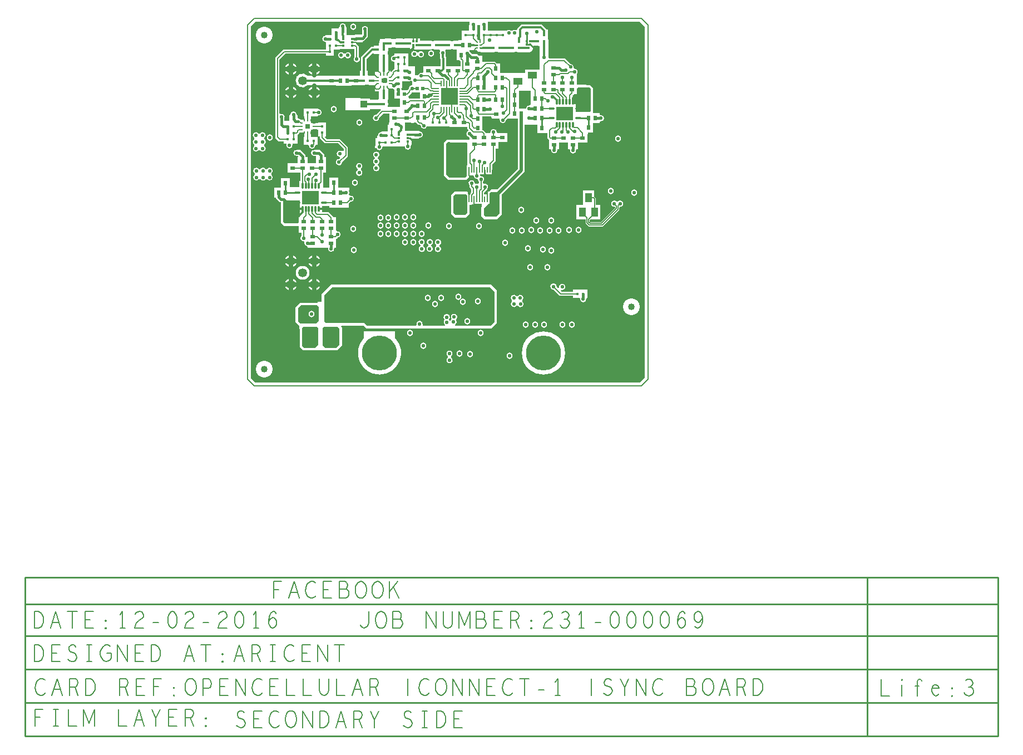
<source format=gbr>
G04 ================== begin FILE IDENTIFICATION RECORD ==================*
G04 Layout Name:  Fb_Connect1_SYNC_Life-3.brd*
G04 Film Name:    L6.gbr*
G04 File Format:  Gerber RS274X*
G04 File Origin:  Cadence Allegro 16.6-2015-S065*
G04 Origin Date:  Fri Dec 02 18:28:17 2016*
G04 *
G04 Layer:  VIA CLASS/BOTTOM*
G04 Layer:  PIN/BOTTOM*
G04 Layer:  ETCH/BOTTOM*
G04 Layer:  DRAWING FORMAT/L8*
G04 Layer:  DRAWING FORMAT/FILM_LABEL_OUTLINE*
G04 Layer:  BOARD GEOMETRY/OUTLINE*
G04 *
G04 Offset:    (0.000 0.000)*
G04 Mirror:    No*
G04 Mode:      Positive*
G04 Rotation:  0*
G04 FullContactRelief:  No*
G04 UndefLineWidth:     6.000*
G04 ================== end FILE IDENTIFICATION RECORD ====================*
%FSLAX25Y25*MOIN*%
%IR0*IPPOS*OFA0.00000B0.00000*MIA0B0*SFA1.00000B1.00000*%
%ADD35R,.033X.008*%
%ADD33R,.008X.033*%
%AMMACRO20*
4,1,22,-.005512,-.01122,
-.005428,-.012177,
-.00518,-.013105,
-.004774,-.013976,
-.004223,-.014763,
-.003543,-.015443,
-.002756,-.015994,
-.001886,-.0164,
-.000958,-.016649,
0.0,-.016732,
.000957,-.016649,
.001885,-.0164,
.002756,-.015994,
.003543,-.015443,
.004222,-.014764,
.004773,-.013977,
.005179,-.013106,
.005428,-.012178,
.005512,-.011221,
.005512,-.01122,
.005512,.016732,
-.005512,.016732,
-.005512,-.01122,
0.0*
%
%ADD20MACRO20*%
%AMMACRO18*
4,1,22,.01122,-.005512,
.012177,-.005428,
.013105,-.00518,
.013976,-.004774,
.014763,-.004223,
.015443,-.003543,
.015994,-.002756,
.0164,-.001886,
.016649,-.000958,
.016732,0.0,
.016649,.000957,
.0164,.001885,
.015994,.002756,
.015443,.003543,
.014764,.004222,
.013977,.004773,
.013106,.005179,
.012178,.005428,
.011221,.005512,
.01122,.005512,
-.016732,.005512,
-.016732,-.005512,
.01122,-.005512,
0.0*
%
%ADD18MACRO18*%
%ADD34R,.104X.104*%
%AMMACRO30*
4,1,44,-.014961,-.007087,
-.014961,.012992,
-.014931,.013334,
-.014842,.013665,
-.014697,.013976,
-.0145,.014258,
-.014258,.0145,
-.013977,.014697,
-.013666,.014842,
-.013334,.014931,
-.012992,.014961,
-.012992,.014961,
.012992,.014961,
.013334,.014931,
.013665,.014842,
.013976,.014697,
.014258,.0145,
.0145,.014258,
.014697,.013977,
.014842,.013666,
.014931,.013334,
.014961,.012992,
.014961,.012992,
.014961,-.012992,
.014931,-.013334,
.014842,-.013665,
.014697,-.013976,
.0145,-.014258,
.014258,-.0145,
.013977,-.014697,
.013666,-.014842,
.013334,-.014931,
.012992,-.014961,
.012992,-.014961,
-.007087,-.014961,
-.007207,-.013594,
-.007562,-.012268,
-.008142,-.011024,
-.008929,-.0099,
-.009899,-.008929,
-.011023,-.008142,
-.012267,-.007562,
-.013593,-.007207,
-.01496,-.007087,
-.014961,-.007087,
0.0*
%
%ADD30MACRO30*%
%ADD27C,.208661*%
%ADD40C,.314961*%
%ADD19R,.100394X.080709*%
%ADD36R,.009055X.035039*%
%ADD21R,.007874X.017323*%
%ADD22R,.017323X.007874*%
%ADD37R,.009843X.009843*%
%ADD16R,.03X.024*%
%ADD13R,.024X.03*%
%ADD11C,.022*%
%ADD10C,.04*%
%ADD24R,.059X.051*%
%AMMACRO25*
4,1,22,-.01122,.005512,
-.012177,.005428,
-.013105,.00518,
-.013976,.004774,
-.014763,.004223,
-.015443,.003543,
-.015994,.002756,
-.0164,.001886,
-.016649,.000958,
-.016732,0.0,
-.016649,-.000957,
-.0164,-.001885,
-.015994,-.002756,
-.015443,-.003543,
-.014764,-.004222,
-.013977,-.004773,
-.013106,-.005179,
-.012178,-.005428,
-.011221,-.005512,
-.01122,-.005512,
.016732,-.005512,
.016732,.005512,
-.01122,.005512,
0.0*
%
%ADD25MACRO25*%
%ADD38R,.055X.039*%
%AMMACRO17*
4,1,22,.005512,.01122,
.005428,.012177,
.00518,.013105,
.004774,.013976,
.004223,.014763,
.003543,.015443,
.002756,.015994,
.001886,.0164,
.000958,.016649,
0.0,.016732,
-.000957,.016649,
-.001885,.0164,
-.002756,.015994,
-.003543,.015443,
-.004222,.014764,
-.004773,.013977,
-.005179,.013106,
-.005428,.012178,
-.005512,.011221,
-.005512,.01122,
-.005512,-.016732,
.005512,-.016732,
.005512,.01122,
0.0*
%
%ADD17MACRO17*%
%ADD12C,.053*%
%ADD41R,.039X.055*%
%ADD31R,.02X.02*%
%ADD26R,.01811X.011811*%
%ADD15R,.031X.031*%
%AMMACRO23*
4,1,44,.014961,.007087,
.014961,-.012992,
.014931,-.013334,
.014842,-.013665,
.014697,-.013976,
.0145,-.014258,
.014258,-.0145,
.013977,-.014697,
.013666,-.014842,
.013334,-.014931,
.012992,-.014961,
.012992,-.014961,
-.012992,-.014961,
-.013334,-.014931,
-.013665,-.014842,
-.013976,-.014697,
-.014258,-.0145,
-.0145,-.014258,
-.014697,-.013977,
-.014842,-.013666,
-.014931,-.013334,
-.014961,-.012992,
-.014961,-.012992,
-.014961,.012992,
-.014931,.013334,
-.014842,.013665,
-.014697,.013976,
-.0145,.014258,
-.014258,.0145,
-.013977,.014697,
-.013666,.014842,
-.013334,.014931,
-.012992,.014961,
-.012992,.014961,
.007087,.014961,
.007207,.013594,
.007562,.012268,
.008142,.011024,
.008929,.0099,
.009899,.008929,
.011023,.008142,
.012267,.007562,
.013593,.007207,
.01496,.007087,
.014961,.007087,
0.0*
%
%ADD23MACRO23*%
%ADD14R,.018X.018*%
%ADD39R,.016732X.01378*%
%ADD32R,.01378X.016732*%
%ADD29R,.03937X.03937*%
%ADD28R,.086614X.041339*%
%ADD42C,.005*%
%ADD43C,.008*%
%ADD44C,.009*%
%ADD45C,.0055*%
%ADD46C,.01*%
%ADD47C,.02*%
%ADD48C,.012*%
%ADD49C,.014*%
%ADD50C,.015*%
%ADD51C,.025*%
%ADD52C,.006*%
%ADD53C,.100004*%
%ADD57C,.258666*%
%ADD54C,.073004*%
%ADD56C,.083004*%
%ADD55C,.038004*%
G75*
%LPD*%
G75*
G36*
G01X207200Y163247D02*
Y163879D01*
X207300Y163979D01*
Y178521D01*
X205621Y180200D01*
X203190D01*
Y180232D01*
X197469D01*
Y183900D01*
X197500D01*
Y186715D01*
G03X195950Y189894I-1400J1285D01*
G02X195533Y190399I-32J399D01*
G03X193687Y192800I-1833J501D01*
G01X193604Y192800D01*
X190428Y195975D01*
X181021D01*
G02X180622Y196407I0J400D01*
G03X180631Y196630I-2791J223D01*
G01Y206366D01*
G03X180231Y207808I-2800J0D01*
G01Y212366D01*
X180180D01*
Y213280D01*
X179531D01*
Y213474D01*
X176504Y216500D01*
X164196D01*
X161800Y214104D01*
Y213362D01*
G02X161191Y213021I-400J0D01*
G03X158754Y212633I-991J-1621D01*
G02X158146I-304J260D01*
G03X155227Y212600I-1446J-1233D01*
G01X144146D01*
Y216200D01*
X144140D01*
Y218000D01*
X235171D01*
X238000Y215171D01*
Y4829D01*
X235171Y2000D01*
X4829D01*
X2000Y4829D01*
Y215171D01*
X4829Y218000D01*
X133020D01*
Y216200D01*
X132965D01*
Y212600D01*
X128465D01*
Y207970D01*
X128390D01*
Y207003D01*
X126485D01*
Y206804D01*
X124496D01*
G03X123099Y206430I0J-2800D01*
G01X123053Y206404D01*
X122339D01*
X122293Y206430D01*
G03X120896Y206804I-1397J-2427D01*
G01X112996D01*
G03X111599Y206430I0J-2800D01*
G01X111553Y206404D01*
X110839D01*
X110793Y206430D01*
G03X109396Y206804I-1397J-2427D01*
G01X103420D01*
Y208150D01*
X97680D01*
Y207935D01*
X93877D01*
X93862Y207938D01*
G03X93446Y207969I-416J-2769D01*
G01X89496D01*
G03X88099Y207595I0J-2800D01*
G01X88053Y207569D01*
X87339D01*
X87293Y207595D01*
G03X85896Y207969I-1397J-2427D01*
G01X81739D01*
G03X80342Y207595I0J-2800D01*
G01X80296Y207569D01*
X79339D01*
Y206612D01*
X79312Y206565D01*
G03X78939Y205168I2427J-1397D01*
G01Y203669D01*
X75739D01*
Y202969D01*
X74164D01*
X68196Y197000D01*
Y188858D01*
X67496D01*
Y185658D01*
X62465D01*
Y185858D01*
X53127D01*
Y185658D01*
X36132D01*
G03Y180057I-3063J-2800D01*
G01X53127D01*
Y179857D01*
X62465D01*
Y180057D01*
X69896D01*
G03X71293Y180431I0J2800D01*
G01X71339Y180457D01*
X72053D01*
X72099Y180431D01*
G03X73496Y180057I1397J2427D01*
G01X75812D01*
G03X76090Y180071I0J2800D01*
G02X76530Y179673I40J-398D01*
G01Y177390D01*
X76520D01*
Y176440D01*
X78939D01*
Y172268D01*
G03X78961Y171919I2800J0D01*
G02X78564Y171469I-397J-50D01*
G01X73437D01*
Y172137D01*
X67922D01*
Y172370D01*
X58945D01*
Y164968D01*
X67922D01*
Y165200D01*
X73437D01*
Y165868D01*
X79786D01*
G02X80069Y165186I0J-400D01*
G01X77240Y162356D01*
X77156Y162357D01*
G03X79044Y160469I-13J-1900D01*
G01X79043Y160553D01*
X81428Y162938D01*
X85050D01*
Y157820D01*
X84920D01*
Y156250D01*
X84168D01*
Y152500D01*
X80600D01*
Y152399D01*
G02X80189Y152000I-400J0D01*
G03X78242Y149951I-52J-1899D01*
G02X77880Y149522I-399J-31D01*
G01Y148250D01*
X76668D01*
Y143540D01*
X76650D01*
Y142260D01*
X77318D01*
G03X80968Y143041I1750J740D01*
G02X81368Y143450I400J9D01*
G01X88800D01*
Y143400D01*
X94332D01*
X94335Y143203D01*
G03X98017Y143896I1900J32D01*
G02X98392Y144435I375J139D01*
G01X98641D01*
Y148062D01*
X102919D01*
Y148163D01*
G02X103330Y148563I400J0D01*
G03Y152362I52J1900D01*
G02X102919Y152762I-11J400D01*
G01Y152862D01*
X98118D01*
Y152553D01*
X94408D01*
Y157576D01*
X98170D01*
Y157490D01*
X99720D01*
Y157700D01*
X101097D01*
X102572Y156224D01*
X103592D01*
X103900Y155916D01*
X103900Y155833D01*
G03X107595Y155196I1900J-13D01*
G01X107641Y155330D01*
X108850D01*
Y155263D01*
X121050D01*
Y155132D01*
X131825D01*
Y153872D01*
X132456Y153241D01*
G02X132351Y152600I-283J-283D01*
G03X132451Y149153I849J-1700D01*
G01X132487Y149138D01*
X133030Y148594D01*
Y147332D01*
X131990D01*
X131921Y147400D01*
X119579D01*
X117800Y145621D01*
Y126079D01*
X120579Y123300D01*
X131121D01*
X133200Y125379D01*
Y126020D01*
X135625D01*
Y125816D01*
G03X137676Y123906I1900J-16D01*
G02X138106Y123541I32J-399D01*
G03X138725Y122291I1894J159D01*
G01Y121357D01*
G02X138186Y120982I-400J0D01*
G03X136823Y120966I-661J-1782D01*
G02X136275Y121348I-148J372D01*
G03X133100Y119991I-1900J52D01*
G01Y118797D01*
X134125Y117772D01*
Y115928D01*
X133159Y114963D01*
X131821Y116300D01*
X124079D01*
X122000Y114221D01*
Y102879D01*
X124079Y100800D01*
X131021D01*
X133200Y102979D01*
Y108410D01*
X135670D01*
Y109400D01*
X135629D01*
Y111343D01*
X135632Y111378D01*
X135633Y111386D01*
G03X135651Y111598I-1257J212D01*
G01Y113620D01*
X136250D01*
Y111598D01*
G03X136267Y111393I1275J0D01*
G01X136268Y111385D01*
X136272Y111361D01*
Y109046D01*
X140350D01*
Y107072D01*
X140300Y107021D01*
Y101679D01*
X142179Y99800D01*
X149621D01*
X152600Y102779D01*
Y114672D01*
X166156Y128227D01*
Y156400D01*
X173737D01*
Y151247D01*
X179137D01*
Y151280D01*
X179895D01*
Y148364D01*
X180968Y147290D01*
Y141831D01*
X181711D01*
G02X182104Y141354I0J-400D01*
G03X185833I1865J-366D01*
G02X186226Y141831I392J77D01*
G01X186969D01*
Y145768D01*
X192190D01*
Y141831D01*
X192933D01*
G02X193325Y141354I0J-400D01*
G03X197055I1865J-366D01*
G02X197447Y141831I392J77D01*
G01X198190D01*
Y145768D01*
X203969D01*
Y150790D01*
X204000D01*
Y151700D01*
X207200D01*
Y157247D01*
X211137D01*
Y157990D01*
G02X211614Y158382I400J0D01*
G03Y162112I366J1865D01*
G02X211137Y162504I-77J392D01*
G01Y163247D01*
X207200D01*
G37*
G36*
G01X71596Y188858D02*
Y195592D01*
X74914Y198910D01*
X75739D01*
Y198868D01*
X78641D01*
G02X79028Y198368I0J-400D01*
G03X78939Y197668I2711J-700D01*
G01Y188339D01*
Y188130D01*
X76650D01*
Y186028D01*
G02X76195Y185631I-400J0D01*
G03X75812Y185658I-384J-2774D01*
G01X73496D01*
G03X72796Y185569I0J-2800D01*
G02X72296Y185956I-100J387D01*
G01Y188858D01*
X71596D01*
G37*
G36*
G01X86684Y178140D02*
G03X87837Y177701I1216J1460D01*
G02X88030Y177501I-7J-200D01*
G01Y177100D01*
X88000D01*
Y172100D01*
X91476D01*
Y166870D01*
X91050D01*
Y166913D01*
X85050D01*
Y166920D01*
X84139D01*
Y167225D01*
X84166Y167272D01*
G03Y170065I-2427J1397D01*
G01X84139Y170112D01*
Y170825D01*
X84166Y170872D01*
G03X84539Y172268I-2427J1397D01*
G01Y176930D01*
G03X84537Y177051I-2800J1D01*
G01X84537Y177056D01*
Y177260D01*
X85130D01*
Y178140D01*
X86684D01*
G37*
G36*
G01X80453Y182076D02*
G03Y183639I-2375J782D01*
G02X80958Y184144I380J125D01*
G03X83114Y184431I782J2375D01*
G02X83734Y184097I220J-334D01*
G01Y181618D01*
G02X83114Y181284I-400J0D01*
G03X80958Y181571I-1375J-2088D01*
G02X80453Y182076I-125J380D01*
G37*
G36*
G01X100600Y186100D02*
Y191500D01*
X96504D01*
Y199182D01*
X88104D01*
Y198000D01*
G02X87904Y197800I-200J0D01*
G03Y194000I-3J-1900D01*
G02X88104Y193800I0J-200D01*
G01Y189907D01*
X86287Y188090D01*
X85700D01*
Y188670D01*
X84539D01*
Y197668D01*
G03X84166Y199065I-2800J0D01*
G01X84139Y199112D01*
Y199825D01*
X84166Y199872D01*
G03X84539Y201268I-2427J1397D01*
G01Y202368D01*
X85896D01*
G03X87293Y202742I0J2800D01*
G01X87339Y202768D01*
X88053D01*
X88099Y202742D01*
G03X89496Y202368I1397J2427D01*
G01X92286D01*
X92319Y202335D01*
X97500D01*
Y201560D01*
X100088D01*
G03X101456Y201203I1368J2443D01*
G01X109396D01*
G03X110793Y201576I0J2800D01*
G01X110839Y201603D01*
X111553D01*
X111599Y201576D01*
G03X112996Y201203I1397J2427D01*
G01X115277D01*
G02X115594Y200559I0J-400D01*
G03X115500Y198375I1506J-1159D01*
G01Y195887D01*
X115982Y195406D01*
Y191421D01*
X105550D01*
Y187738D01*
G02X105002Y187366I-400J0D01*
G03X102508Y186233I-702J-1766D01*
G01X102461Y186100D01*
X100600D01*
G37*
G36*
G01X96876Y171875D02*
Y172550D01*
X96500D01*
Y173322D01*
X98575Y175397D01*
Y175630D01*
X99580D01*
Y175700D01*
X103480D01*
Y171875D01*
X96876D01*
G37*
G36*
G01X98800Y182201D02*
Y180298D01*
G02X98610Y180098I-200J0D01*
G03X96800Y178187I90J-1898D01*
G01X96800Y178104D01*
X96025Y177328D01*
Y177100D01*
X92400D01*
Y177300D01*
G03X92285Y177952I-1900J0D01*
G02X92661Y178489I376J137D01*
G01X92904D01*
Y182318D01*
X96735D01*
X96748Y182316D01*
G03X98090Y182644I252J1883D01*
G02X98699Y182444I230J-328D01*
G03X98800Y182201I1801J606D01*
G37*
G36*
G01X124700Y102300D02*
X123500Y103500D01*
Y113600D01*
X124700Y114800D01*
X131103D01*
X131150Y114667D01*
G03X131401Y114199I1650J583D01*
G01Y111598D01*
G03X131529Y111012I1400J0D01*
G01X131548Y110972D01*
Y109046D01*
X131700D01*
Y103600D01*
X130400Y102300D01*
X124700D01*
G37*
G36*
G01X121200Y124800D02*
X119300Y126700D01*
Y145000D01*
X120200Y145900D01*
X121431D01*
Y145868D01*
X131332D01*
X131700Y145500D01*
Y131906D01*
X131548D01*
Y129981D01*
X131529Y129941D01*
G03X131401Y129354I1271J-587D01*
G01Y125701D01*
X130500Y124800D01*
X121200D01*
G37*
G36*
G01X116350Y168650D02*
Y177950D01*
X125650D01*
Y168650D01*
X116350D01*
G37*
G36*
G01X119182Y191421D02*
Y196731D01*
X118700Y197213D01*
Y198375D01*
G03X118606Y200559I-1600J1025D01*
G02X118923Y201203I317J244D01*
G01X120896D01*
G03X122293Y201576I0J2800D01*
G01X122339Y201603D01*
X123053D01*
X123099Y201576D01*
G03X124496Y201203I1397J2427D01*
G01X125502D01*
Y195050D01*
X127022D01*
X127725Y194347D01*
Y191421D01*
X119182D01*
G37*
G36*
G01X142800Y101300D02*
X141800Y102300D01*
Y106400D01*
X144446Y109046D01*
X145077D01*
Y110972D01*
X145096Y111012D01*
G03X145225Y111598I-1271J587D01*
G01Y115225D01*
X146100Y116100D01*
X150300D01*
X151100Y115300D01*
Y103400D01*
X149000Y101300D01*
X142800D01*
G37*
G36*
G01X141950Y114680D02*
Y115747D01*
X143675Y117472D01*
Y117789D01*
X143735Y117848D01*
G03X141801Y121003I-1335J1353D01*
G02X141275Y121383I-126J380D01*
G01Y122291D01*
G03X139849Y125594I-1275J1409D01*
G02X139419Y125959I-32J399D01*
G03X139359Y126297I-1893J-160D01*
G02X139745Y126802I386J105D01*
G01X141928D01*
Y129116D01*
X141931Y129134D01*
G03X141950Y129354I-1256J220D01*
G01Y131170D01*
X142571D01*
Y126802D01*
X146652D01*
Y129116D01*
X146655Y129134D01*
G03X146674Y129354I-1256J220D01*
G01Y132402D01*
X148906Y134634D01*
Y142131D01*
X150631D01*
Y146068D01*
X155931D01*
Y151469D01*
X149930D01*
G02X149530Y151880I0J400D01*
G03X145731I-1899J51D01*
G02X145331Y151469I-400J-11D01*
G01X143106D01*
Y151472D01*
X141327Y153250D01*
X140701D01*
Y161525D01*
X146150D01*
Y160100D01*
X150879D01*
G02X151266Y159596I0J-400D01*
G03X155000Y159113I1835J-495D01*
G01X155000Y159196D01*
X155993Y160190D01*
X156240Y160087D01*
Y159990D01*
X157720D01*
Y160000D01*
X162155D01*
Y129884D01*
X149872Y117600D01*
X145479D01*
X143400Y115521D01*
Y114680D01*
X141950D01*
G37*
G36*
G01X155399Y187400D02*
X151461Y187400D01*
Y193050D01*
X149653D01*
X148528Y194175D01*
X142970D01*
Y194190D01*
X140750D01*
Y196638D01*
X140700D01*
Y197770D01*
X138890D01*
Y197734D01*
X138643Y197632D01*
X137725Y198550D01*
X134775D01*
X133712Y199614D01*
X133696Y199649D01*
G03X133227Y200307I-1746J-749D01*
G02X133496Y201003I269J296D01*
G01X135790D01*
Y200930D01*
X137376D01*
G03X139440Y199878I2063J1499D01*
G01X139914D01*
X139952Y199862D01*
G03X141072Y199628I1119J2567D01*
G01X147396D01*
G03X148793Y200002I0J2800D01*
G01X148839Y200028D01*
X149553D01*
X149599Y200002D01*
G03X150996Y199628I1397J2427D01*
G01X159146D01*
G03X160543Y200002I0J2800D01*
G01X160589Y200028D01*
X161303D01*
X161349Y200002D01*
G03X162746Y199628I1397J2427D01*
G01X168529D01*
G03X171254Y203073I0J2800D01*
G02X171643Y203565I389J92D01*
G01X174231D01*
G03X174580Y203587I0J2800D01*
G02X175030Y203190I50J-397D01*
G01Y196631D01*
G03X175095Y196032I2800J0D01*
G01X175100Y196010D01*
Y189450D01*
X166564D01*
Y187400D01*
X155399D01*
G37*
G36*
G01X138760Y206870D02*
X138376D01*
X137672Y207575D01*
X137765Y207800D01*
Y216140D01*
X139346D01*
Y207800D01*
X139900D01*
Y206990D01*
X138760D01*
Y206870D01*
G37*
G36*
G01X162919Y166000D02*
Y176800D01*
X169720D01*
Y174550D01*
X169800D01*
Y168410D01*
G02X169323Y168018I-400J0D01*
G03X167057Y166196I-366J-1865D01*
G01X167053Y166000D01*
X162919D01*
G37*
G36*
G01X194611Y159499D02*
G03X194206Y159331I579J-1968D01*
G03X192237I-984J-1800D01*
G03X190268I-984J-1800D01*
G03X188300I-984J-1800D01*
G03X186331I-984J-1800D01*
G03X185926Y159499I-985J-1800D01*
G02X185644Y159942I113J384D01*
G03X185270Y161459I-2029J305D01*
G01Y164941D01*
G03X185643Y166460I-1655J1212D01*
G02X186039Y166920I395J60D01*
G01X186676D01*
X186705Y166911D01*
G03X188300Y167069I611J1958D01*
G03X190268I984J1800D01*
G03X192237I984J1800D01*
G03X193890Y166930I984J1800D01*
G01X194008Y166970D01*
X194179Y166800D01*
X194900D01*
Y166498D01*
X194897Y166482D01*
G03Y165824I2025J-329D01*
G01X194900Y165808D01*
Y163879D01*
X195250Y163528D01*
Y161436D01*
G03X194894Y159942I1672J-1188D01*
G02X194611Y159499I-396J-59D01*
G37*
G36*
G01X196800Y164100D02*
X196788Y164112D01*
Y168736D01*
X195273D01*
Y173165D01*
X195048D01*
G02X194906Y173506I0J200D01*
G01X196231Y174831D01*
X197469D01*
Y176069D01*
X197500Y176100D01*
Y178100D01*
X198100Y178700D01*
X205000D01*
X205800Y177900D01*
Y169153D01*
X205737D01*
Y164537D01*
X205300Y164100D01*
X196800D01*
G37*
%LPC*%
G75*
G36*
G01X52149Y82374D02*
G02X48430Y82581I-1880J-274D01*
G01X48437Y82606D01*
Y82831D01*
X47800D01*
Y82780D01*
X45640D01*
Y82800D01*
X41870D01*
Y82831D01*
X36268D01*
Y83235D01*
G03X35891Y83634I-400J0D01*
G02X34182Y86084I109J1897D01*
G03X33794Y86600I-383J116D01*
G02X32493Y89909I-25J1900D01*
G01Y91831D01*
X30768D01*
Y95768D01*
X25047D01*
Y95800D01*
X21979D01*
X20000Y97779D01*
Y109950D01*
X19475D01*
X17050Y112375D01*
Y112753D01*
X16100D01*
Y118753D01*
X20037D01*
Y124300D01*
X25437D01*
Y119000D01*
X30996D01*
Y122765D01*
X31772D01*
Y127831D01*
X24268D01*
Y133232D01*
X30047D01*
Y137169D01*
X30373D01*
G03X30515Y137510I0J200D01*
G01X30275Y137750D01*
X30248D01*
X30148Y137714D01*
G02X30205Y141264I-648J1786D01*
G01X30241Y141250D01*
X31725D01*
X34797Y138178D01*
Y137169D01*
X36047D01*
Y133232D01*
X41268D01*
Y137169D01*
X41290D01*
Y137750D01*
X40741D01*
X40705Y137736D01*
G02Y141264I-705J1764D01*
G01X40741Y141250D01*
X43575D01*
X46019Y138806D01*
Y137169D01*
X47269D01*
Y127831D01*
X45544D01*
Y121564D01*
X45500Y121520D01*
Y118600D01*
X49100D01*
Y124753D01*
X54500D01*
Y118753D01*
X58360D01*
Y118760D01*
X61050D01*
Y117170D01*
X60900D01*
Y116779D01*
X60929Y116732D01*
G02Y114774I-1629J-979D01*
G01X60900Y114726D01*
Y114314D01*
G03X61423Y113934I400J0D01*
G02X61992Y110225I582J-1809D01*
G01X61909Y110225D01*
X60846Y109163D01*
G03X60990Y108505I283J-283D01*
G01Y106860D01*
X58437D01*
Y106847D01*
X49100D01*
Y107796D01*
X44680D01*
Y103975D01*
X48740D01*
X51547Y101169D01*
X53269D01*
Y92959D01*
G03X53744Y92566I400J0D01*
G02X54087Y88800I356J-1867D01*
G01X54004Y88800D01*
X53397Y88193D01*
X53269D01*
Y82831D01*
X52545D01*
G03X52149Y82374I0J-400D01*
G37*
G36*
G01X220466Y106541D02*
Y106805D01*
G03X220039Y107204I-400J0D01*
G02X221358Y110333I-127J1896D01*
G03X221966I304J260D01*
G02X223374Y107200I1446J-1233D01*
G03X222966Y106800I-8J-400D01*
G01Y105505D01*
X212981Y95520D01*
X204469D01*
X202710Y97279D01*
Y99850D01*
X197250D01*
Y108350D01*
X201000D01*
Y117050D01*
X207900D01*
Y113336D01*
X208950Y112286D01*
Y108350D01*
X211650D01*
Y99850D01*
X205811D01*
X205320Y99359D01*
Y98341D01*
X205641Y98020D01*
X211945D01*
X220466Y106541D01*
G37*
G36*
G01X69679Y36100D02*
X56508D01*
G03X56225Y35417I0J-400D01*
G01X56730Y34911D01*
Y24099D01*
X53981Y21350D01*
X46510D01*
Y21290D01*
X41242D01*
X41201Y21250D01*
X33349D01*
X31330Y23269D01*
Y33880D01*
X31170D01*
Y35998D01*
X28990Y38179D01*
Y47071D01*
X31669Y49750D01*
X42220D01*
Y50240D01*
X44600D01*
Y54921D01*
X50279Y60600D01*
X146021D01*
X149600Y57021D01*
Y37679D01*
X146421Y34500D01*
X71279D01*
X69679Y36100D01*
G37*
G36*
G01X69815Y28609D02*
X69870Y28666D01*
Y30220D01*
X69830D01*
Y32660D01*
X74080D01*
Y32600D01*
X77957D01*
X77967Y32601D01*
G02X80469I1251J-12873D01*
G01X80479Y32600D01*
X84540D01*
Y32740D01*
X88470D01*
Y28766D01*
G02X69815Y28609I-9252J-9037D01*
G37*
G36*
G01X122163Y17014D02*
G02X120190I-987J-1624D01*
G03Y17697I-208J342D01*
G02X122163I987J1624D01*
G03Y17014I208J-342D01*
G37*
G36*
G01X161379Y47992D02*
G02X158612Y50507I-1611J1008D01*
G03X158600Y51151I-244J317D01*
G02X161311Y53708I1100J1549D01*
G03X161989I339J212D01*
G02X164757Y51193I1611J-1008D01*
G03X164769Y50549I244J-317D01*
G02X162058Y47992I-1100J-1549D01*
G03X161379I-339J-212D01*
G37*
G36*
G01X203155Y52313D02*
G02X199445I-1855J-413D01*
G03X199055Y52800I-390J87D01*
G01X195300D01*
Y53925D01*
X187272D01*
X183596Y57600D01*
X183513Y57600D01*
G02X185400Y59487I-13J1900D01*
G01X185400Y59404D01*
X186145Y58658D01*
G03X186823Y59004I283J283D01*
G02X188404Y57423I1877J296D01*
G03X188058Y56745I-62J-395D01*
G01X188328Y56475D01*
X195300D01*
Y57600D01*
X203700D01*
Y52800D01*
X203545D01*
G03X203155Y52313I0J-400D01*
G37*
G36*
G01X105417Y83716D02*
G02X103681Y83663I-817J-1715D01*
G03X103659Y84374I-193J350D01*
G02X105396Y84427I817J1715D01*
G03X105417Y83716I193J-350D01*
G37*
G36*
G01X115179Y83629D02*
G02X113304Y83676I-979J-1629D01*
G03X113321Y84371I-189J353D01*
G02X115196Y84324I979J1629D01*
G03X115179Y83629I189J-353D01*
G37*
G36*
G01X110279Y83729D02*
G02X108404Y83776I-979J-1629D01*
G03X108421Y84471I-189J353D01*
G02X110296Y84424I979J1629D01*
G03X110279Y83729I189J-353D01*
G37*
G36*
G01X7052Y123861D02*
G02X4461Y126452I-1652J939D01*
G03Y127148I-198J348D01*
G02X7052Y129739I939J1652D01*
G03X7748I348J198D01*
G02X11052I1652J-939D01*
G03X11748I348J198D01*
G02X14339Y127148I1652J-939D01*
G03Y126452I198J-348D01*
G02X11748Y123861I-939J-1652D01*
G03X11052I-348J-198D01*
G02X7748I-1652J939D01*
G03X7052I-348J-198D01*
G37*
G36*
G01X68039Y129252D02*
G02X66161I-939J-1652D01*
G03Y129948I-198J348D01*
G02X68039I939J1652D01*
G03Y129252I198J-348D01*
G37*
G36*
G01X78239Y132052D02*
G02X76361I-939J-1652D01*
G03Y132748I-198J348D01*
G02Y136052I939J1652D01*
G03Y136748I-198J348D01*
G02X78239I939J1652D01*
G03Y136052I198J-348D01*
G02Y132748I-939J-1652D01*
G03Y132052I198J-348D01*
G37*
G36*
G01X6852Y141161D02*
G02X4261Y143752I-1652J939D01*
G03Y144448I-198J348D01*
G02Y147752I939J1652D01*
G03Y148448I-198J348D01*
G02X6852Y151039I939J1652D01*
G03X7548I348J198D01*
G02X10139Y148448I1652J-939D01*
G03Y147752I198J-348D01*
G02Y144448I-939J-1652D01*
G03Y143752I198J-348D01*
G02X7548Y141161I-939J-1652D01*
G03X6852I-348J-198D01*
G37*
G36*
G01X58671Y198879D02*
G02X58624Y197004I1629J-979D01*
G03X57929Y197021I-353J-189D01*
G02X57976Y198896I-1629J979D01*
G03X58671Y198879I353J189D01*
G37*
G36*
G01X47024Y210201D02*
X50624D01*
Y214050D01*
X54824D01*
Y214550D01*
X54940D01*
G03X55337Y214998I0J400D01*
G02X59110I1887J226D01*
G03X59508Y214550I397J-48D01*
G01X59624D01*
Y209885D01*
X60100D01*
Y209900D01*
X60800D01*
Y209885D01*
X64450D01*
Y210524D01*
X68750D01*
Y212859D01*
X68736Y212895D01*
G02X72264I1764J705D01*
G01X72250Y212859D01*
Y208899D01*
X69725Y206374D01*
X69250D01*
Y205724D01*
X65272D01*
Y205038D01*
X66875Y203435D01*
Y197009D01*
G02X64325I-1275J-1409D01*
G01Y201767D01*
X61500D01*
Y201700D01*
X59800D01*
Y201767D01*
X55424D01*
Y201450D01*
X51824D01*
Y197750D01*
X47024D01*
Y198875D01*
X22678D01*
X19275Y195472D01*
Y163147D01*
G03X19819Y162774I400J0D01*
G02X22264Y160295I681J-1774D01*
G01X22250Y160259D01*
Y158700D01*
X25324D01*
Y162022D01*
X25425D01*
G03X25825Y162436I0J400D01*
G02X29623I1899J64D01*
G03X30023Y162022I400J-13D01*
G01X30124D01*
Y160221D01*
X30529D01*
G02X31961Y159477I0J-1750D01*
G01X31971Y159462D01*
X32170Y159264D01*
X34323D01*
Y161383D01*
X33817D01*
Y166183D01*
X42217D01*
Y166081D01*
G03X42635Y165681I400J0D01*
G02Y161884I82J-1898D01*
G03X42217Y161485I-17J-400D01*
G01Y161383D01*
X38111D01*
Y157296D01*
X42502D01*
Y157802D01*
X47302D01*
Y149402D01*
X46868D01*
G03X46585Y148719I0J-400D01*
G01X47528Y147775D01*
X55528D01*
X60275Y143028D01*
Y137472D01*
X56850Y134046D01*
X56850Y133963D01*
G02X54963Y135850I-1900J-13D01*
G01X55046Y135850D01*
X55566Y136370D01*
G03X55304Y137052I-283J283D01*
G02X56106Y140714I96J1898D01*
G01X56141Y140700D01*
X57725D01*
Y141972D01*
X54472Y145225D01*
X46472D01*
X43627Y148070D01*
Y149402D01*
X42502D01*
Y153508D01*
X38111D01*
Y149117D01*
X42217D01*
Y144317D01*
X41120D01*
X40700Y143896D01*
X40700Y143813D01*
G02X36902Y143897I-1900J-13D01*
G03X36503Y144317I-399J20D01*
G01X33817D01*
Y149117D01*
X34323D01*
Y151539D01*
X31275D01*
Y151375D01*
X30124Y150224D01*
Y145152D01*
X27456D01*
G03X27081Y144612I0J-400D01*
G02X23519I-1781J-663D01*
G03X23144Y145152I-375J140D01*
G01X21724D01*
Y146277D01*
X18920D01*
X16725Y148472D01*
Y196528D01*
X21622Y201425D01*
X47024D01*
Y205700D01*
G03X46821Y205900I-200J0D01*
G02Y209701I-21J1900D01*
G03X47024Y209900I2J200D01*
G01Y210201D01*
G37*
G36*
G01X102457Y199565D02*
G02X102357Y197600I1574J-1065D01*
G03X101674Y197635I-352J-189D01*
G02X101774Y199600I-1574J1065D01*
G03X102457Y199565I352J189D01*
G37*
G54D53*
X10000Y10000D03*
Y210000D03*
X230000Y47400D03*
G54D57*
X177643Y19728D03*
G54D54*
X26061Y60535D03*
Y74550D03*
Y175850D03*
Y189865D03*
X40076Y60535D03*
Y74550D03*
Y175850D03*
Y189865D03*
G54D56*
X33068Y67542D03*
G54D55*
X13500Y148600D03*
X51770Y165630D03*
X63700Y81500D03*
X63400Y93950D03*
X64400Y121600D03*
X67200Y157800D03*
X63550Y215000D03*
X79977Y95890D03*
X84477Y91190D03*
X79977D03*
X89477D03*
Y96190D03*
X84477Y95890D03*
X79977Y100590D03*
X89477Y100890D03*
X84477Y100590D03*
X97600Y31700D03*
X105434Y23965D03*
X94377Y86190D03*
X99477Y91190D03*
X94477D03*
X99477Y96190D03*
X94477D03*
X99577Y86190D03*
X94477Y100890D03*
X99477D03*
X120831Y95818D03*
X127177Y19321D03*
X139911Y31624D03*
X133377Y18990D03*
X138831Y95818D03*
X157158Y18090D03*
X158931Y93000D03*
X154532Y85732D03*
X172468Y36700D03*
X166968D03*
X168100Y82450D03*
X177130Y81600D03*
X169453Y70947D03*
X173300Y99124D03*
X175531Y93000D03*
X164431D03*
X170031Y93300D03*
X164031Y105506D03*
X188968Y36700D03*
X177968D03*
X182248Y81052D03*
X179689Y70911D03*
X186531Y93000D03*
X181031D03*
X192731Y93300D03*
X182200Y99124D03*
X194468Y36700D03*
X198331Y93300D03*
X217772Y116800D03*
X222200Y147900D03*
X231811Y115689D03*
X108418Y96018D03*
X104477Y91090D03*
X110300Y198900D03*
%LPD*%
G75*
G36*
G01X22600Y97300D02*
X21500Y98400D01*
Y104847D01*
X21500Y110500D01*
X21900Y110900D01*
X31449D01*
Y107264D01*
X31500D01*
Y101300D01*
X31369Y101169D01*
X30768D01*
Y97868D01*
X30200Y97300D01*
X22600D01*
G37*
G36*
G01X41600Y35500D02*
X42350Y34750D01*
Y24520D01*
X40580Y22750D01*
X33970D01*
X32830Y23890D01*
Y34830D01*
X33500Y35500D01*
X41600D01*
G37*
G36*
G01X42950Y46990D02*
Y38990D01*
X41360Y37400D01*
X31890D01*
X30490Y38800D01*
Y46450D01*
X32290Y48250D01*
X41690D01*
X42950Y46990D01*
G37*
G36*
G01X41906Y116669D02*
G03X42311Y116501I985J1800D01*
G02X42594Y116058I-113J-384D01*
G03X42810Y114791I2029J-305D01*
G01Y110809D01*
G03X42595Y109532I1812J-962D01*
G02X42200Y109070I-395J-62D01*
G01X41591D01*
X41561Y109080D01*
G03X39937Y108931I-639J-1949D01*
G03X37968I-984J-1800D01*
G03X36000I-984J-1800D01*
G03X34192Y109010I-984J-1800D01*
G01X34067Y108955D01*
X33921Y109100D01*
X33622D01*
X33596Y109108D01*
G03X33466Y109139I-549J-1977D01*
G02X33312Y109380I41J196D01*
G03X33306Y110341I-1998J467D01*
G01X33300Y110364D01*
Y111221D01*
X33002Y111520D01*
X33010D01*
Y114597D01*
G03X33344Y116058I-1695J1155D01*
G02X33626Y116501I396J59D01*
G03X34031Y116669I-579J1968D01*
G03X36000I984J1800D01*
G03X37968I984J1800D01*
G03X39937I984J1800D01*
G03X41906I984J1800D01*
G37*
G36*
G01X34922Y154107D02*
Y156697D01*
X37512D01*
Y154107D01*
X34922D01*
G37*
G36*
G01X45270Y34570D02*
X45990Y35290D01*
X54230D01*
X55230Y34290D01*
Y24720D01*
X53360Y22850D01*
X46660D01*
X45270Y24240D01*
Y34570D01*
G37*
G36*
G01X71900Y36000D02*
X70300Y37600D01*
X47000D01*
X46100Y38500D01*
Y54300D01*
X50900Y59100D01*
X145400D01*
X148100Y56400D01*
Y38300D01*
X145800Y36000D01*
X124896D01*
G02X124671Y36730I0J400D01*
G03X125152Y39396I-1071J1570D01*
G02X125204Y39918I327J231D01*
G03X122348Y40204I-1304J1382D01*
G02X122296Y39682I-327J-231D01*
G03X121886Y39119I1304J-1382D01*
G02X121172Y39102I-361J172D01*
G03X120941Y39439I-1673J-902D01*
G02Y39961I303J261D01*
G03X118059I-1441J1239D01*
G02Y39439I-303J-261D01*
G03X118317Y36713I1441J-1239D01*
G02X118068Y36000I-249J-313D01*
G01X105431D01*
G02X105055Y36536I0J400D01*
G03X101482I-1787J647D01*
G02X101105Y36000I-376J-136D01*
G01X71900D01*
G37*
%LPC*%
G75*
G54D55*
X38500Y42900D03*
X108177Y52743D03*
X112588Y48899D03*
X116076Y52857D03*
X126415Y53390D03*
X131777Y38790D03*
X129327Y50290D03*
X138027Y50643D03*
%LPD*%
G75*
G54D10*
X10000Y10000D03*
Y210000D03*
X230000Y47400D03*
X211869Y143100D03*
G54D11*
X5400Y124800D03*
Y128800D03*
X5200Y150100D03*
Y146100D03*
Y142100D03*
X14537Y99900D03*
X14300Y95132D03*
X14537Y104900D03*
Y109900D03*
Y114900D03*
X24900Y104300D03*
X14537Y119900D03*
X13400Y124800D03*
X9400D03*
Y128800D03*
X13400D03*
X14537Y134900D03*
Y139900D03*
X11368Y137868D03*
X13500Y148600D03*
X9200Y150100D03*
Y146100D03*
Y142100D03*
X11868Y157932D03*
X15500Y158500D03*
X20500Y161000D03*
X38527Y13808D03*
X38500Y42900D03*
X32600Y43600D03*
Y39600D03*
X28047Y91100D03*
X36000Y85532D03*
X33768Y88500D03*
X40968Y110300D03*
Y115300D03*
X37968Y112800D03*
X27800Y106700D03*
X27900Y102200D03*
X29800Y125200D03*
X41000Y123200D03*
X36600Y123600D03*
X41100Y126700D03*
X37000Y126800D03*
X26000Y138000D03*
X37000D03*
X29500Y139500D03*
X40000D03*
X25300Y143950D03*
X38800Y143800D03*
X40500Y150900D03*
X32000Y161500D03*
X40500Y160000D03*
X36217Y155402D03*
X27724Y162500D03*
X49527Y13803D03*
X50269Y82100D03*
X44800Y86412D03*
X44768Y90300D03*
X54100Y90700D03*
X51140Y104870D03*
X53700Y102500D03*
X51700Y131450D03*
X55737Y125316D03*
X52050Y126450D03*
X51900Y150300D03*
X51050Y141450D03*
X51750Y136450D03*
X55400Y138950D03*
X54950Y133950D03*
X42717Y163783D03*
X54824Y162861D03*
X51900Y155300D03*
X51770Y165630D03*
X50250Y178660D03*
X56220Y178560D03*
X54824Y174476D03*
X57800Y187230D03*
X50501Y190500D03*
X56300Y198000D03*
X46800Y207800D03*
X57224Y215224D03*
X63700Y81500D03*
X73700Y94100D03*
X68300Y93800D03*
X63400Y93950D03*
X65900Y112300D03*
X69800Y116200D03*
X59300Y115753D03*
X62005Y112125D03*
X67100Y131600D03*
Y127600D03*
X64400Y121600D03*
X69300Y148800D03*
X72605Y145850D03*
X67650Y139350D03*
X70800Y160800D03*
X66000Y153100D03*
X74700Y153700D03*
X67200Y157800D03*
X75700Y172800D03*
X70860Y178810D03*
X75705Y178905D03*
X65038Y190500D03*
X75370Y187320D03*
X60300Y197900D03*
X65600Y195600D03*
X70500Y213600D03*
X63550Y215000D03*
X89377Y42090D03*
X85377D03*
X81377D03*
X77377D03*
X89377Y38090D03*
X85377D03*
X81377D03*
X77377D03*
X88877Y66064D03*
X83677Y65990D03*
X78877Y66090D03*
X79977Y95890D03*
X84477Y91190D03*
X79977D03*
X89477D03*
Y96190D03*
X84477Y95890D03*
X79977Y100590D03*
X89477Y100890D03*
X84477Y100590D03*
X81700Y133400D03*
X88500Y133000D03*
X84200Y121200D03*
X80000Y117200D03*
X77300Y130400D03*
X81700Y140000D03*
X86700Y141100D03*
X80136Y150100D03*
X79068Y143000D03*
X77300Y138400D03*
Y134400D03*
X81700Y159800D03*
X80105Y153850D03*
X89000Y156800D03*
X77144Y160456D03*
X81739Y182858D03*
X86600Y175900D03*
X86950Y169550D03*
X87900Y179600D03*
X90500Y177300D03*
X90300Y201100D03*
X76320Y191050D03*
X86500Y193000D03*
X77000Y195600D03*
X86515Y189985D03*
X87900Y195900D03*
X87600Y209300D03*
X81739Y213000D03*
X100677Y22321D03*
X104868Y27900D03*
X97600Y31700D03*
X105434Y23965D03*
X103268Y37183D03*
X93377Y42090D03*
Y38090D03*
X94468Y66000D03*
X108177Y52743D03*
X104577Y69037D03*
X104600Y82000D03*
X109300Y82100D03*
X94377Y86190D03*
X109400Y86100D03*
X104477Y86090D03*
X99477Y91190D03*
X94477D03*
X104477Y91090D03*
X99477Y96190D03*
X94477D03*
X99577Y86190D03*
X108418Y96018D03*
X94477Y100890D03*
X99477D03*
X100518Y143999D03*
X103382Y150462D03*
X96235Y143235D03*
X98600Y154850D03*
X105800Y155820D03*
X98700Y173350D03*
X95200Y178100D03*
X109300Y174000D03*
X98700Y167700D03*
X97000Y184200D03*
X98700Y178200D03*
X100500Y183050D03*
X107200Y199900D03*
X96210Y201180D03*
X100100Y198700D03*
X104031Y198500D03*
X97000Y187600D03*
X104300Y185600D03*
X108300Y210200D03*
X93446Y211368D03*
X104500Y210300D03*
X99487Y210187D03*
X115679Y10340D03*
X121177Y15390D03*
X119877Y30258D03*
X121177Y19321D03*
X123900Y41300D03*
X119500Y38200D03*
X123600Y38300D03*
X119500Y41200D03*
X112588Y48899D03*
X116076Y52857D03*
X126415Y53390D03*
X114200Y82000D03*
X114831Y95792D03*
X120831Y95818D03*
X114300Y86000D03*
X125500Y106000D03*
X125600Y109000D03*
X124200Y135800D03*
Y139800D03*
X119250Y151200D03*
X115250D03*
X111250D03*
X122600Y161200D03*
X117800Y160500D03*
X111700Y163100D03*
X114200Y160700D03*
X121000Y169800D03*
X117500Y173300D03*
X124500D03*
X117500Y169800D03*
X124500D03*
X121000Y173300D03*
X113500Y199500D03*
X120631D03*
X117100Y199400D03*
X110300Y198900D03*
X112900Y210100D03*
X121600Y210200D03*
X124665D03*
X118250Y210150D03*
X127177Y19321D03*
X139911Y31624D03*
X133377Y18990D03*
X141779Y45684D03*
X138054Y44929D03*
X131777Y38790D03*
X129327Y50290D03*
X138027Y50643D03*
X126868Y95792D03*
X132468D03*
X138831Y95818D03*
X135100Y107700D03*
X128900Y106000D03*
Y109100D03*
X127831Y119000D03*
X133800Y124900D03*
X131500Y119400D03*
X134376Y121400D03*
X137525Y125800D03*
Y119200D03*
X140000Y123700D03*
X142400Y119200D03*
X142294Y133700D03*
X128200Y135800D03*
Y139800D03*
X139100Y134400D03*
X135950Y135100D03*
X127100Y151400D03*
X133200Y150900D03*
X127200Y161200D03*
X131100Y166000D03*
X134000Y161800D03*
X135100Y200060D03*
X139600Y198700D03*
X131950Y198900D03*
X138400Y209600D03*
X141746Y216400D03*
X135365D03*
X147045Y27190D03*
X157158Y18090D03*
X147930Y33000D03*
X159768Y49000D03*
X159700Y52700D03*
X144668Y95792D03*
X152131D03*
X156100Y95600D03*
X158931Y93000D03*
X154532Y85732D03*
X148668Y106300D03*
X144668D03*
X143800Y125400D03*
X147831Y119000D03*
X152931Y141288D03*
X145481Y159950D03*
X145600Y155600D03*
X150200Y155300D03*
X145481Y165600D03*
X153500Y163500D03*
X152738Y167462D03*
X147631Y151931D03*
X153100Y159100D03*
X145000Y171300D03*
X147300Y198300D03*
X149062Y195738D03*
X144200Y188100D03*
X145720Y216400D03*
X149505D03*
X153305D03*
X156700Y211400D03*
X160200D03*
X145200Y207068D03*
X163600Y29900D03*
X160968Y36700D03*
X172468D03*
X166968D03*
X163668Y49000D03*
X160668Y63400D03*
X163600Y52700D03*
X168100Y82450D03*
X177130Y81600D03*
X169453Y70947D03*
X173300Y99124D03*
X175531Y93000D03*
X164431D03*
X170031Y93300D03*
X164031Y105506D03*
X168957Y154247D03*
Y160247D03*
Y166153D03*
X167600Y172900D03*
X171768Y195738D03*
X162336D03*
X167397Y211200D03*
X173531Y212120D03*
X183468Y36700D03*
X188968D03*
X177968D03*
X188700Y59300D03*
X183500Y59500D03*
X192484Y71016D03*
X182248Y81052D03*
X179689Y70911D03*
X186531Y93000D03*
X181031D03*
X192731Y93300D03*
X182200Y99124D03*
X189468Y140988D03*
X183968D03*
X193668Y165800D03*
X186668D03*
X190268Y163200D03*
X193668Y160800D03*
X186668D03*
X188600Y151900D03*
X192200Y152100D03*
X184900Y151900D03*
X182831Y173000D03*
X180000Y170612D03*
X193713Y197813D03*
X182887D03*
X190900Y189200D03*
X193700Y190900D03*
X188968Y184670D03*
X177831Y196631D03*
X193713Y215587D03*
X182887D03*
X194468Y36700D03*
X208700Y52000D03*
X207825Y55675D03*
X201300Y51900D03*
X204280Y93162D03*
X198331Y93300D03*
X201800Y140900D03*
X195190Y140988D03*
X196300Y152400D03*
X203100Y173600D03*
X199100D03*
X200190Y185012D03*
X194468Y184832D03*
X196100Y188000D03*
X222000Y76000D03*
X223331Y68331D03*
X219000Y98300D03*
X215789Y106211D03*
X217772Y116800D03*
X223412Y109100D03*
X219912D03*
X226742Y129958D03*
X211869Y138532D03*
X222200Y147900D03*
X211980Y166153D03*
X212000Y153200D03*
X223080Y155890D03*
X211980Y160247D03*
X231811Y115689D03*
G54D20*
X33047Y119591D03*
X35016D03*
X36984D03*
X38953D03*
X40921D03*
X42890D03*
X191253Y169991D03*
X189284D03*
X187316D03*
X185347D03*
X195190D03*
X193221D03*
G54D12*
X26061Y60535D03*
Y74550D03*
Y175850D03*
Y189865D03*
X40076Y60535D03*
X33068Y67542D03*
X40076Y74550D03*
Y175850D03*
X33068Y182858D03*
X40076Y189865D03*
G54D21*
X36217Y159063D03*
X38186D03*
Y151740D03*
X36217D03*
X34249D03*
Y159063D03*
X81739Y179196D03*
X79771D03*
X83708D03*
X79771Y186519D03*
X81739D03*
X83708D03*
G54D30*
X81739Y182858D03*
G54D31*
X90500Y174600D03*
X101800Y178200D03*
X105300D03*
X94000Y174600D03*
G54D13*
X22737Y107847D03*
X18800D03*
Y115753D03*
X22737D03*
Y121300D03*
X18800D03*
X55737Y115753D03*
X51800D03*
X55737Y109847D03*
X51800D03*
Y121753D03*
X55737D03*
X55827Y182858D03*
X59764D03*
X90239Y169550D03*
X106068Y160700D03*
X102132D03*
X106180Y173350D03*
X102243D03*
Y167700D03*
X106180D03*
X94176Y169550D03*
X124265Y198050D03*
X141938Y165600D03*
X138001D03*
Y159950D03*
X141938D03*
X138001Y154450D03*
X141938D03*
Y178600D03*
X138001D03*
X141938Y171300D03*
X138001D03*
X141938Y184400D03*
X138001D03*
X128202Y198050D03*
X129185Y204003D03*
X133125D03*
X152738Y171300D03*
X148801D03*
X152738Y178600D03*
X148801D03*
X148762Y184400D03*
X152699D03*
X148761Y190050D03*
X152698D03*
X172500Y166153D03*
X176437D03*
Y154247D03*
X172500D03*
Y160247D03*
X176437D03*
X164156Y163000D03*
X160218D03*
Y174000D03*
X164156D03*
Y168500D03*
X160218D03*
X172500Y172000D03*
X176437D03*
X204500Y166153D03*
X208437D03*
X204500Y154700D03*
X208437D03*
Y160247D03*
X204500D03*
G54D22*
X39879Y157370D03*
Y155402D03*
Y153433D03*
X32556D03*
Y155402D03*
Y157370D03*
X78078Y180889D03*
Y182858D03*
X85401D03*
Y180889D03*
X78078Y184826D03*
X85401D03*
G54D40*
X218400Y21600D03*
Y198400D03*
G54D50*
G01X18800Y107847D02*
X16590D01*
X14537Y109900D01*
G01X22737Y107847D02*
Y110663D01*
G01D02*
X21700Y111700D01*
X20200D01*
X18800Y113100D01*
Y115753D01*
G01Y121300D02*
X15937D01*
X14537Y119900D01*
G01X20500Y161000D02*
Y156500D01*
X21598Y155402D01*
X24124D01*
G01Y151402D02*
Y155402D01*
G01X38527Y18504D02*
Y13808D01*
G01X28047Y94532D02*
Y91100D01*
G01X39268Y85532D02*
X36000D01*
G01X37000Y138000D02*
X38768Y136232D01*
Y134468D01*
G01X26000Y138000D02*
X27268Y136732D01*
Y134468D01*
G01X44268D02*
Y138082D01*
X42850Y139500D01*
X40000D01*
G01X29500D02*
X31000D01*
X33047Y137453D01*
Y134468D01*
G01X27724Y159622D02*
X28875Y158471D01*
X30529D01*
G01X27724Y159622D02*
Y162500D01*
G01X49527Y18499D02*
Y13803D01*
G01X50269Y85532D02*
Y82100D01*
G01X55737Y115753D02*
X59300D01*
G01X55737Y121753D02*
Y125316D01*
G01X50501Y186794D02*
Y190500D01*
G01X49424Y207800D02*
X46800D01*
G01X57224Y212150D02*
Y215224D01*
G01X53024Y207800D02*
Y211650D01*
G01X75468Y145850D02*
X72605D01*
G01X65038Y186794D02*
Y190500D01*
G01X66850Y208124D02*
X65329D01*
X65000Y207794D01*
X64294D01*
G01X66850Y208124D02*
X69000D01*
X70500Y209624D01*
Y213600D01*
G01X82968Y153850D02*
X80105D01*
G01X83000Y150100D02*
X80136D01*
G01X89000Y156800D02*
X90500D01*
X92008Y155292D01*
Y154850D01*
G01X90239Y169550D02*
X86950D01*
G01X90504Y180889D02*
X89189D01*
X87900Y179600D01*
G01X90500Y174600D02*
Y177300D01*
G01X81739Y208768D02*
Y213000D01*
G01X100518Y146862D02*
Y143999D01*
G01X95608Y154850D02*
X98600D01*
G01X100518Y150462D02*
X103382D01*
G01X95450Y164213D02*
Y164450D01*
X98700Y167700D01*
G01X102243Y173350D02*
X98700D01*
G01X95200Y178100D02*
X94104Y179196D01*
Y180889D01*
G01X106180Y173350D02*
X108650D01*
X109300Y174000D01*
G01X102243Y167700D02*
X98700D01*
G01X108550Y192658D02*
Y195700D01*
X107200Y197050D01*
Y199900D01*
G01X97000Y187600D02*
X95882Y188718D01*
X94104D01*
G01Y184718D02*
X96482D01*
X97000Y184200D01*
G01X93446Y208768D02*
Y211368D01*
G01X104500Y210300D02*
X105446Y209354D01*
Y207603D01*
G01X119250Y154064D02*
Y151200D01*
G01X115250Y154064D02*
Y151200D01*
G01X111250Y154064D02*
Y151200D01*
G01X124050Y157832D02*
Y159750D01*
X122600Y161200D01*
G01X120100Y184200D02*
X118100Y186200D01*
X116671D01*
X114150Y188721D01*
G01X109300Y174000D02*
X109700D01*
X110100Y174400D01*
G01X120550Y192658D02*
Y196569D01*
X120631Y196650D01*
Y199500D01*
G01X126050Y192658D02*
X120550D01*
G01X114150D02*
Y196000D01*
X113500Y196650D01*
Y199500D01*
G01X124265Y198050D02*
X122081D01*
X120631Y199500D01*
G01X127265Y210200D02*
X124665D01*
G01X118250Y210150D02*
X116946Y208846D01*
Y207603D01*
G01X132801Y115249D02*
Y118099D01*
G01D02*
X131500Y119400D01*
G01X133200Y150900D02*
X135332Y148768D01*
X136031D01*
G01X141938Y159950D02*
X145481D01*
G01X141938Y154450D02*
X144450D01*
X145600Y155600D01*
G01X141938Y165600D02*
X145481D01*
G01X141938Y171300D02*
X145000D01*
G01X141938Y178600D02*
Y184400D01*
G01X131950Y198900D02*
Y192658D01*
G01Y198900D02*
X134050Y196800D01*
X137000D01*
X137750Y196050D01*
Y193938D01*
G01X144200Y188100D02*
X141938Y185838D01*
Y184400D01*
G01X141746Y213800D02*
Y216400D01*
G01X135365Y213800D02*
Y216400D01*
G01X147831Y119000D02*
X146200D01*
X144600Y117400D01*
G01X152931Y144832D02*
Y141288D01*
G01X149150Y158863D02*
Y156350D01*
X150200Y155300D01*
G01X154946Y198828D02*
X159246D01*
X162336Y195738D01*
G01X149062D02*
X150300Y194500D01*
X151700D01*
X152698Y193502D01*
Y190050D01*
G01X147300Y198300D02*
X146772Y198828D01*
X143452D01*
G01X153305Y213800D02*
Y216400D01*
G01X149505Y213800D02*
Y216400D01*
G01X145720Y213800D02*
Y216400D01*
G01X172500Y154247D02*
X168957D01*
G01X172500Y160247D02*
X168957D01*
G01X172500Y166153D02*
X168957D01*
G01X164156Y168500D02*
Y174000D01*
G01D02*
X166500D01*
X167600Y172900D01*
G01X162114Y189750D02*
Y195516D01*
X162336Y195738D01*
G01X189468Y144532D02*
Y140988D01*
G01X183968Y144532D02*
Y140988D01*
G01X190900Y189200D02*
X188050D01*
X186782Y190468D01*
X183468D01*
G01X201300Y55200D02*
Y51900D01*
G01X200969Y144532D02*
Y141732D01*
X201800Y140900D01*
G01X195190Y144532D02*
Y140988D01*
G01X212000Y153200D02*
X210500Y154700D01*
X208437D01*
G01Y166153D02*
X211980D01*
G01X208437Y160247D02*
X211980D01*
G01X200190Y181468D02*
Y185012D01*
G01X211869Y143100D02*
Y138532D01*
G54D32*
X99487Y204003D03*
X101456D03*
X97519Y205135D03*
X101456Y206267D03*
X99487D03*
G54D14*
X24124Y147552D03*
Y159622D03*
Y151402D03*
Y155402D03*
X38527Y34612D03*
Y38212D03*
X36217Y146717D03*
X39817D03*
X27724Y147552D03*
Y159622D03*
X39817Y163783D03*
X36217D03*
X27724Y151402D03*
Y155402D03*
X44902D03*
Y151802D03*
X53024Y200150D03*
X49424D03*
X57224Y212150D03*
X53024Y211650D03*
X49424D03*
Y203850D03*
X53024D03*
X49424Y207800D03*
X53024D03*
X73496Y182858D03*
X69896D03*
D03*
Y186458D03*
X66850Y211724D03*
Y208124D03*
X60824Y212150D03*
X82968Y145850D03*
X86568D03*
X75468D03*
X79068D03*
X92008Y154850D03*
X86568Y153850D03*
X82968D03*
X83000Y150100D03*
X86600D03*
X90504Y180889D03*
X81739Y168668D03*
Y172268D03*
Y197668D03*
X90504Y196782D03*
Y188718D03*
Y184718D03*
Y192718D03*
X81739Y201268D03*
X89496Y205168D03*
X85896D03*
X81739Y201268D03*
X78139D03*
X81739Y205168D03*
Y208768D03*
X100518Y146862D03*
Y150462D03*
X95608Y154850D03*
X94104Y180889D03*
Y196782D03*
Y188718D03*
Y184718D03*
Y192718D03*
X105446Y204003D03*
Y207603D03*
X93446Y205168D03*
Y208768D03*
X119250Y154064D03*
Y157664D03*
X115250Y154064D03*
Y157664D03*
X111250Y154064D03*
Y157664D03*
X124496Y204003D03*
X120896D03*
X112996D03*
X109396D03*
X116946D03*
Y207603D03*
X127265Y210200D03*
X130865D03*
X141746Y213800D03*
Y210200D03*
X135365Y213800D03*
Y210200D03*
X154946Y198828D03*
X143452D03*
X149505Y213800D03*
Y210200D03*
X145720Y213800D03*
Y210200D03*
X153305Y213800D03*
Y210200D03*
X150996Y202429D03*
X147396D03*
X154946D03*
X159146D03*
X143452D03*
X162746D03*
X174231Y206366D03*
X162746Y202429D03*
Y206028D03*
X177831Y206366D03*
D03*
Y209966D03*
X197700Y55200D03*
X201300D03*
G54D23*
X36217Y155402D03*
G54D41*
X208200Y104100D03*
X200700D03*
X204450Y112800D03*
G54D51*
G01X22210Y60535D02*
X26061D01*
G01X22210Y74550D02*
X26061D01*
G01X22210Y175850D02*
X26061D01*
G01X22210Y189865D02*
X26061D01*
G01X40076Y56684D02*
Y60535D01*
G01D02*
Y64385D01*
G01X36226Y60535D02*
X40076D01*
G01D02*
X43927D01*
G01X26061Y56684D02*
Y60535D01*
G01D02*
Y64385D01*
G01Y60535D02*
X29911D01*
G01X40076Y70700D02*
Y74550D01*
G01D02*
Y78401D01*
G01X36226Y74550D02*
X40076D01*
G01D02*
X43927D01*
G01X26061Y70700D02*
Y74550D01*
G01D02*
Y78401D01*
G01Y74550D02*
X29911D01*
G01X40076Y171999D02*
Y175850D01*
G01D02*
Y179700D01*
G01X36226Y175850D02*
X40076D01*
G01D02*
X43927D01*
G01X26061Y171999D02*
Y175850D01*
G01D02*
Y179700D01*
G01Y175850D02*
X29911D01*
G01X40076Y186015D02*
Y189865D01*
G01D02*
Y193716D01*
G01X36226Y189865D02*
X40076D01*
G01D02*
X43927D01*
G01X26061Y186015D02*
Y189865D01*
G01D02*
Y193716D01*
G01Y189865D02*
X29911D01*
G01X64063Y162861D02*
X54824D01*
G01X64063Y174476D02*
X54824D01*
G54D42*
G01X200700Y104100D02*
Y103350D01*
X203460Y100590D01*
Y97590D01*
X204780Y96270D01*
X212670D01*
X222216Y105816D01*
Y107904D01*
X223412Y109100D01*
G01X208200Y104100D02*
Y103300D01*
X204570Y99670D01*
Y98030D01*
X205330Y97270D01*
X212256D01*
X221216Y106230D01*
Y107796D01*
X219912Y109100D01*
G01X208200Y104100D02*
Y111975D01*
X207375Y112800D01*
X204450D01*
G54D15*
X38527Y24410D03*
Y18504D03*
X49527Y24404D03*
Y18499D03*
G54D24*
X49790Y32501D03*
Y40375D03*
G54D33*
X116200Y165500D03*
X117800D03*
X119400D03*
X121000D03*
X122600D03*
X124200D03*
X125800D03*
Y181100D03*
X124200D03*
X122600D03*
X121000D03*
X119400D03*
X117800D03*
X116200D03*
G54D52*
G01X-127194Y-203500D02*
Y-193500D01*
X-122444D01*
G01X-124194Y-198333D02*
X-127194D01*
G01X-116319Y-193500D02*
X-113320D01*
G01X-114819D02*
Y-203500D01*
G01X-116319D02*
X-113320D01*
G01X-107319Y-193500D02*
Y-203500D01*
X-102319D01*
G01X-98069D02*
Y-193500D01*
X-94819Y-201833D01*
X-91569Y-193500D01*
Y-203500D01*
G01X-77319Y-193500D02*
Y-203500D01*
X-72319D01*
G01X-67944D02*
X-64819Y-193500D01*
X-61694Y-203500D01*
G01X-62819Y-200000D02*
X-66819D01*
G01X-54819Y-203500D02*
Y-199000D01*
X-57319Y-193500D01*
G01X-52319D02*
X-54819Y-199000D01*
G01X-42319Y-203500D02*
X-47319D01*
Y-193500D01*
X-42319D01*
G01X-44319Y-198333D02*
X-47319D01*
G01X-37319Y-203500D02*
Y-193500D01*
X-34194D01*
X-33194Y-194000D01*
X-32569Y-194667D01*
X-32319Y-196000D01*
X-32569Y-197333D01*
X-33319Y-198167D01*
X-34194Y-198667D01*
X-37319D01*
G01X-34194D02*
X-32319Y-203500D01*
G01X-24819Y-203833D02*
X-25069Y-203667D01*
Y-203333D01*
X-24819Y-203167D01*
X-24569Y-203333D01*
Y-203667D01*
X-24819Y-203833D01*
G01Y-199334D02*
X-25069Y-199167D01*
Y-198833D01*
X-24819Y-198667D01*
X-24569Y-198833D01*
Y-199167D01*
X-24819Y-199334D01*
G01X-127569Y-165000D02*
Y-155000D01*
X-125069D01*
X-124069Y-155500D01*
X-123319Y-156167D01*
X-122694Y-157166D01*
X-122194Y-158334D01*
X-122069Y-160000D01*
X-122194Y-161667D01*
X-122694Y-162834D01*
X-123319Y-163834D01*
X-124069Y-164500D01*
X-125069Y-165000D01*
X-127569D01*
G01X-112319D02*
X-117319D01*
Y-155000D01*
X-112319D01*
G01X-114319Y-159833D02*
X-117319D01*
G01X-107444Y-163667D02*
X-106444Y-164500D01*
X-105319Y-165000D01*
X-104319D01*
X-103319Y-164500D01*
X-102569Y-163667D01*
X-102194Y-162500D01*
X-102444Y-161334D01*
X-103069Y-160333D01*
X-104194Y-159667D01*
X-105694Y-159333D01*
X-106569Y-158667D01*
X-106944Y-157500D01*
X-106694Y-156333D01*
X-106069Y-155500D01*
X-105194Y-155000D01*
X-104319D01*
X-103444Y-155333D01*
X-102694Y-156167D01*
G01X-96319Y-155000D02*
X-93320D01*
G01X-94819D02*
Y-165000D01*
G01X-96319D02*
X-93320D01*
G01X-84069Y-160000D02*
X-81569D01*
Y-163000D01*
X-82319Y-164000D01*
X-83194Y-164667D01*
X-84444Y-165000D01*
X-85694Y-164667D01*
X-86569Y-164000D01*
X-87319Y-163000D01*
X-87820Y-161833D01*
X-88069Y-160500D01*
Y-159333D01*
X-87820Y-158334D01*
X-87319Y-157166D01*
X-86569Y-156167D01*
X-85819Y-155500D01*
X-84819Y-155000D01*
X-83944D01*
X-82944Y-155333D01*
X-82194Y-156000D01*
G01X-77694Y-165000D02*
Y-155000D01*
X-71944Y-165000D01*
Y-155000D01*
G01X-62319Y-165000D02*
X-67319D01*
Y-155000D01*
X-62319D01*
G01X-64319Y-159833D02*
X-67319D01*
G01X-57569Y-165000D02*
Y-155000D01*
X-55069D01*
X-54069Y-155500D01*
X-53319Y-156167D01*
X-52694Y-157166D01*
X-52194Y-158334D01*
X-52069Y-160000D01*
X-52194Y-161667D01*
X-52694Y-162834D01*
X-53319Y-163834D01*
X-54069Y-164500D01*
X-55069Y-165000D01*
X-57569D01*
G01X-37944D02*
X-34819Y-155000D01*
X-31694Y-165000D01*
G01X-32819Y-161500D02*
X-36819D01*
G01X-24819Y-155000D02*
Y-165000D01*
G01X-27694Y-155000D02*
X-21944D01*
G01X-14819Y-165333D02*
X-15069Y-165167D01*
Y-164833D01*
X-14819Y-164667D01*
X-14569Y-164833D01*
Y-165167D01*
X-14819Y-165333D01*
G01Y-160834D02*
X-15069Y-160667D01*
Y-160333D01*
X-14819Y-160167D01*
X-14569Y-160333D01*
Y-160667D01*
X-14819Y-160834D01*
G01X-7944Y-165000D02*
X-4819Y-155000D01*
X-1694Y-165000D01*
G01X-2819Y-161500D02*
X-6819D01*
G01X2681Y-165000D02*
Y-155000D01*
X5806D01*
X6806Y-155500D01*
X7431Y-156167D01*
X7681Y-157500D01*
X7431Y-158833D01*
X6681Y-159667D01*
X5806Y-160167D01*
X2681D01*
G01X5806D02*
X7681Y-165000D01*
G01X13681Y-155000D02*
X16680D01*
G01X15181D02*
Y-165000D01*
G01X13681D02*
X16680D01*
G01X27931Y-155834D02*
X27181Y-155333D01*
X26306Y-155000D01*
X25306D01*
X24181Y-155500D01*
X23306Y-156333D01*
X22681Y-157333D01*
X22180Y-159000D01*
X22056Y-160500D01*
X22306Y-162000D01*
X22681Y-163000D01*
X23431Y-164000D01*
X24306Y-164667D01*
X25181Y-165000D01*
X26056D01*
X26931Y-164667D01*
X27681Y-164167D01*
X28306Y-163500D01*
G01X37681Y-165000D02*
X32681D01*
Y-155000D01*
X37681D01*
G01X35681Y-159833D02*
X32681D01*
G01X42306Y-165000D02*
Y-155000D01*
X48056Y-165000D01*
Y-155000D01*
G01X55181D02*
Y-165000D01*
G01X52306Y-155000D02*
X58056D01*
G01X-127569Y-145000D02*
Y-135000D01*
X-125069D01*
X-124069Y-135500D01*
X-123319Y-136167D01*
X-122694Y-137166D01*
X-122194Y-138334D01*
X-122069Y-140000D01*
X-122194Y-141667D01*
X-122694Y-142834D01*
X-123319Y-143834D01*
X-124069Y-144500D01*
X-125069Y-145000D01*
X-127569D01*
G01X-117944D02*
X-114819Y-135000D01*
X-111694Y-145000D01*
G01X-112819Y-141500D02*
X-116819D01*
G01X-104819Y-135000D02*
Y-145000D01*
G01X-107694Y-135000D02*
X-101944D01*
G01X-92319Y-145000D02*
X-97319D01*
Y-135000D01*
X-92319D01*
G01X-94319Y-139833D02*
X-97319D01*
G01X-84819Y-145333D02*
X-85069Y-145167D01*
Y-144833D01*
X-84819Y-144667D01*
X-84569Y-144833D01*
Y-145167D01*
X-84819Y-145333D01*
G01Y-140834D02*
X-85069Y-140667D01*
Y-140333D01*
X-84819Y-140167D01*
X-84569Y-140333D01*
Y-140667D01*
X-84819Y-140834D01*
G01X-74819Y-145000D02*
Y-135000D01*
X-76319Y-137000D01*
G01Y-145000D02*
X-73320D01*
G01X-67194Y-136667D02*
X-66444Y-135667D01*
X-65569Y-135167D01*
X-64569Y-135000D01*
X-63319Y-135333D01*
X-62444Y-136167D01*
X-62194Y-137166D01*
X-62319Y-138167D01*
X-62819Y-139000D01*
X-65319Y-140667D01*
X-66444Y-141833D01*
X-67194Y-143500D01*
X-67444Y-145000D01*
X-62194D01*
G01X-56444Y-141667D02*
X-53194D01*
G01X-44819Y-135000D02*
X-45819Y-135333D01*
X-46569Y-136167D01*
X-47069Y-137166D01*
X-47444Y-138500D01*
X-47569Y-140000D01*
X-47444Y-141500D01*
X-47069Y-142834D01*
X-46569Y-143834D01*
X-45819Y-144667D01*
X-44819Y-145000D01*
X-43819Y-144667D01*
X-43069Y-143834D01*
X-42569Y-142834D01*
X-42194Y-141500D01*
X-42069Y-140000D01*
X-42194Y-138500D01*
X-42569Y-137166D01*
X-43069Y-136167D01*
X-43819Y-135333D01*
X-44819Y-135000D01*
G01X-37194Y-136667D02*
X-36444Y-135667D01*
X-35569Y-135167D01*
X-34569Y-135000D01*
X-33319Y-135333D01*
X-32444Y-136167D01*
X-32194Y-137166D01*
X-32319Y-138167D01*
X-32819Y-139000D01*
X-35319Y-140667D01*
X-36444Y-141833D01*
X-37194Y-143500D01*
X-37444Y-145000D01*
X-32194D01*
G01X-26444Y-141667D02*
X-23194D01*
G01X-17194Y-136667D02*
X-16444Y-135667D01*
X-15569Y-135167D01*
X-14569Y-135000D01*
X-13319Y-135333D01*
X-12444Y-136167D01*
X-12194Y-137166D01*
X-12319Y-138167D01*
X-12819Y-139000D01*
X-15319Y-140667D01*
X-16444Y-141833D01*
X-17194Y-143500D01*
X-17444Y-145000D01*
X-12194D01*
G01X-4819Y-135000D02*
X-5819Y-135333D01*
X-6569Y-136167D01*
X-7069Y-137166D01*
X-7444Y-138500D01*
X-7569Y-140000D01*
X-7444Y-141500D01*
X-7069Y-142834D01*
X-6569Y-143834D01*
X-5819Y-144667D01*
X-4819Y-145000D01*
X-3819Y-144667D01*
X-3069Y-143834D01*
X-2569Y-142834D01*
X-2194Y-141500D01*
X-2069Y-140000D01*
X-2194Y-138500D01*
X-2569Y-137166D01*
X-3069Y-136167D01*
X-3819Y-135333D01*
X-4819Y-135000D01*
G01X5181Y-145000D02*
Y-135000D01*
X3681Y-137000D01*
G01Y-145000D02*
X6680D01*
G01X12806Y-140834D02*
X13681Y-139667D01*
X14431Y-139000D01*
X15431Y-138667D01*
X16306Y-139000D01*
X16931Y-139667D01*
X17431Y-140667D01*
X17556Y-141833D01*
X17431Y-142834D01*
X16931Y-143834D01*
X16181Y-144667D01*
X15306Y-145000D01*
X14306Y-144667D01*
X13431Y-143667D01*
X12931Y-142167D01*
X12806Y-140500D01*
X13056Y-138334D01*
X13431Y-137166D01*
X14056Y-136000D01*
X14931Y-135167D01*
X15806Y-135000D01*
X16681Y-135333D01*
X17306Y-136167D01*
G01X-121200Y-176034D02*
X-121950Y-175533D01*
X-122825Y-175200D01*
X-123825D01*
X-124950Y-175700D01*
X-125825Y-176533D01*
X-126450Y-177533D01*
X-126950Y-179200D01*
X-127075Y-180700D01*
X-126825Y-182200D01*
X-126450Y-183200D01*
X-125700Y-184200D01*
X-124825Y-184867D01*
X-123950Y-185200D01*
X-123075D01*
X-122200Y-184867D01*
X-121450Y-184367D01*
X-120825Y-183700D01*
G01X-117075Y-185200D02*
X-113950Y-175200D01*
X-110825Y-185200D01*
G01X-111950Y-181700D02*
X-115950D01*
G01X-106450Y-185200D02*
Y-175200D01*
X-103325D01*
X-102325Y-175700D01*
X-101700Y-176367D01*
X-101450Y-177700D01*
X-101700Y-179033D01*
X-102450Y-179867D01*
X-103325Y-180367D01*
X-106450D01*
G01X-103325D02*
X-101450Y-185200D01*
G01X-96700D02*
Y-175200D01*
X-94200D01*
X-93200Y-175700D01*
X-92450Y-176367D01*
X-91825Y-177366D01*
X-91325Y-178534D01*
X-91200Y-180200D01*
X-91325Y-181867D01*
X-91825Y-183034D01*
X-92450Y-184034D01*
X-93200Y-184700D01*
X-94200Y-185200D01*
X-96700D01*
G01X-76450D02*
Y-175200D01*
X-73325D01*
X-72325Y-175700D01*
X-71700Y-176367D01*
X-71450Y-177700D01*
X-71700Y-179033D01*
X-72450Y-179867D01*
X-73325Y-180367D01*
X-76450D01*
G01X-73325D02*
X-71450Y-185200D01*
G01X-61450D02*
X-66450D01*
Y-175200D01*
X-61450D01*
G01X-63450Y-180033D02*
X-66450D01*
G01X-56325Y-185200D02*
Y-175200D01*
X-51575D01*
G01X-53325Y-180033D02*
X-56325D01*
G01X-43950Y-185533D02*
X-44200Y-185367D01*
Y-185033D01*
X-43950Y-184867D01*
X-43700Y-185033D01*
Y-185367D01*
X-43950Y-185533D01*
G01Y-181034D02*
X-44200Y-180867D01*
Y-180533D01*
X-43950Y-180367D01*
X-43700Y-180533D01*
Y-180867D01*
X-43950Y-181034D01*
G01X-33950Y-185200D02*
X-34950Y-185033D01*
X-35825Y-184367D01*
X-36575Y-183367D01*
X-37075Y-182200D01*
X-37325Y-180867D01*
Y-179533D01*
X-37075Y-178200D01*
X-36575Y-177033D01*
X-35825Y-176034D01*
X-34950Y-175367D01*
X-33950Y-175200D01*
X-32950Y-175367D01*
X-32075Y-176034D01*
X-31325Y-177033D01*
X-30825Y-178200D01*
X-30575Y-179533D01*
Y-180867D01*
X-30825Y-182200D01*
X-31325Y-183367D01*
X-32075Y-184367D01*
X-32950Y-185033D01*
X-33950Y-185200D01*
G01X-26450D02*
Y-175200D01*
X-23450D01*
X-22450Y-175700D01*
X-21700Y-176867D01*
X-21450Y-178200D01*
X-21700Y-179533D01*
X-22325Y-180533D01*
X-23450Y-181034D01*
X-26450D01*
G01X-11450Y-185200D02*
X-16450D01*
Y-175200D01*
X-11450D01*
G01X-13450Y-180033D02*
X-16450D01*
G01X-6825Y-185200D02*
Y-175200D01*
X-1075Y-185200D01*
Y-175200D01*
G01X8800Y-176034D02*
X8050Y-175533D01*
X7175Y-175200D01*
X6175D01*
X5050Y-175700D01*
X4175Y-176533D01*
X3550Y-177533D01*
X3050Y-179200D01*
X2925Y-180700D01*
X3175Y-182200D01*
X3550Y-183200D01*
X4300Y-184200D01*
X5175Y-184867D01*
X6050Y-185200D01*
X6925D01*
X7800Y-184867D01*
X8550Y-184367D01*
X9175Y-183700D01*
G01X18550Y-185200D02*
X13550D01*
Y-175200D01*
X18550D01*
G01X16550Y-180033D02*
X13550D01*
G01X23550Y-175200D02*
Y-185200D01*
X28550D01*
G01X33550Y-175200D02*
Y-185200D01*
X38550D01*
G01X43300Y-175200D02*
Y-182367D01*
X43800Y-183867D01*
X44800Y-184867D01*
X46050Y-185200D01*
X47300Y-184867D01*
X48300Y-183867D01*
X48800Y-182367D01*
Y-175200D01*
G01X53550D02*
Y-185200D01*
X58550D01*
G01X62925D02*
X66050Y-175200D01*
X69175Y-185200D01*
G01X68050Y-181700D02*
X64050D01*
G01X73550Y-185200D02*
Y-175200D01*
X76675D01*
X77675Y-175700D01*
X78300Y-176367D01*
X78550Y-177700D01*
X78300Y-179033D01*
X77550Y-179867D01*
X76675Y-180367D01*
X73550D01*
G01X76675D02*
X78550Y-185200D01*
G01X96050D02*
Y-175200D01*
G01X108800Y-176034D02*
X108050Y-175533D01*
X107175Y-175200D01*
X106175D01*
X105050Y-175700D01*
X104175Y-176533D01*
X103550Y-177533D01*
X103050Y-179200D01*
X102925Y-180700D01*
X103175Y-182200D01*
X103550Y-183200D01*
X104300Y-184200D01*
X105175Y-184867D01*
X106050Y-185200D01*
X106925D01*
X107800Y-184867D01*
X108550Y-184367D01*
X109175Y-183700D01*
G01X116050Y-185200D02*
X115050Y-185033D01*
X114175Y-184367D01*
X113425Y-183367D01*
X112925Y-182200D01*
X112675Y-180867D01*
Y-179533D01*
X112925Y-178200D01*
X113425Y-177033D01*
X114175Y-176034D01*
X115050Y-175367D01*
X116050Y-175200D01*
X117050Y-175367D01*
X117925Y-176034D01*
X118675Y-177033D01*
X119175Y-178200D01*
X119425Y-179533D01*
Y-180867D01*
X119175Y-182200D01*
X118675Y-183367D01*
X117925Y-184367D01*
X117050Y-185033D01*
X116050Y-185200D01*
G01X123175D02*
Y-175200D01*
X128925Y-185200D01*
Y-175200D01*
G01X133175Y-185200D02*
Y-175200D01*
X138925Y-185200D01*
Y-175200D01*
G01X148550Y-185200D02*
X143550D01*
Y-175200D01*
X148550D01*
G01X146550Y-180033D02*
X143550D01*
G01X158800Y-176034D02*
X158050Y-175533D01*
X157175Y-175200D01*
X156175D01*
X155050Y-175700D01*
X154175Y-176533D01*
X153550Y-177533D01*
X153050Y-179200D01*
X152925Y-180700D01*
X153175Y-182200D01*
X153550Y-183200D01*
X154300Y-184200D01*
X155175Y-184867D01*
X156050Y-185200D01*
X156925D01*
X157800Y-184867D01*
X158550Y-184367D01*
X159175Y-183700D01*
G01X166050Y-175200D02*
Y-185200D01*
G01X163175Y-175200D02*
X168925D01*
G01X174425Y-181867D02*
X177675D01*
G01X186050Y-185200D02*
Y-175200D01*
X184550Y-177200D01*
G01Y-185200D02*
X187550D01*
G01X206050D02*
Y-175200D01*
G01X213425Y-183867D02*
X214425Y-184700D01*
X215550Y-185200D01*
X216550D01*
X217550Y-184700D01*
X218300Y-183867D01*
X218675Y-182700D01*
X218425Y-181534D01*
X217800Y-180533D01*
X216675Y-179867D01*
X215175Y-179533D01*
X214300Y-178867D01*
X213925Y-177700D01*
X214175Y-176533D01*
X214800Y-175700D01*
X215675Y-175200D01*
X216550D01*
X217425Y-175533D01*
X218175Y-176367D01*
G01X226050Y-185200D02*
Y-180700D01*
X223550Y-175200D01*
G01X228550D02*
X226050Y-180700D01*
G01X233175Y-185200D02*
Y-175200D01*
X238925Y-185200D01*
Y-175200D01*
G01X248800Y-176034D02*
X248050Y-175533D01*
X247175Y-175200D01*
X246175D01*
X245050Y-175700D01*
X244175Y-176533D01*
X243550Y-177533D01*
X243050Y-179200D01*
X242925Y-180700D01*
X243175Y-182200D01*
X243550Y-183200D01*
X244300Y-184200D01*
X245175Y-184867D01*
X246050Y-185200D01*
X246925D01*
X247800Y-184867D01*
X248550Y-184367D01*
X249175Y-183700D01*
G01X267050Y-179867D02*
X267550Y-179367D01*
X267925Y-178534D01*
X268175Y-177366D01*
X267925Y-176367D01*
X267425Y-175700D01*
X266550Y-175200D01*
X263175D01*
Y-185200D01*
X267300D01*
X268175Y-184534D01*
X268675Y-183533D01*
X268925Y-182367D01*
X268675Y-181200D01*
X267925Y-180200D01*
X267050Y-179867D01*
X263175D01*
G01X276050Y-185200D02*
X275050Y-185033D01*
X274175Y-184367D01*
X273425Y-183367D01*
X272925Y-182200D01*
X272675Y-180867D01*
Y-179533D01*
X272925Y-178200D01*
X273425Y-177033D01*
X274175Y-176034D01*
X275050Y-175367D01*
X276050Y-175200D01*
X277050Y-175367D01*
X277925Y-176034D01*
X278675Y-177033D01*
X279175Y-178200D01*
X279425Y-179533D01*
Y-180867D01*
X279175Y-182200D01*
X278675Y-183367D01*
X277925Y-184367D01*
X277050Y-185033D01*
X276050Y-185200D01*
G01X282925D02*
X286050Y-175200D01*
X289175Y-185200D01*
G01X288050Y-181700D02*
X284050D01*
G01X293550Y-185200D02*
Y-175200D01*
X296675D01*
X297675Y-175700D01*
X298300Y-176367D01*
X298550Y-177700D01*
X298300Y-179033D01*
X297550Y-179867D01*
X296675Y-180367D01*
X293550D01*
G01X296675D02*
X298550Y-185200D01*
G01X303300D02*
Y-175200D01*
X305800D01*
X306800Y-175700D01*
X307550Y-176367D01*
X308175Y-177366D01*
X308675Y-178534D01*
X308800Y-180200D01*
X308675Y-181867D01*
X308175Y-183034D01*
X307550Y-184034D01*
X306800Y-184700D01*
X305800Y-185200D01*
X303300D01*
G01X-6444Y-203167D02*
X-5444Y-204000D01*
X-4319Y-204500D01*
X-3319D01*
X-2319Y-204000D01*
X-1569Y-203167D01*
X-1194Y-202000D01*
X-1444Y-200834D01*
X-2069Y-199833D01*
X-3194Y-199167D01*
X-4694Y-198833D01*
X-5569Y-198167D01*
X-5944Y-197000D01*
X-5694Y-195833D01*
X-5069Y-195000D01*
X-4194Y-194500D01*
X-3319D01*
X-2444Y-194833D01*
X-1694Y-195667D01*
G01X8681Y-204500D02*
X3681D01*
Y-194500D01*
X8681D01*
G01X6681Y-199333D02*
X3681D01*
G01X18931Y-195334D02*
X18181Y-194833D01*
X17306Y-194500D01*
X16306D01*
X15181Y-195000D01*
X14306Y-195833D01*
X13681Y-196833D01*
X13180Y-198500D01*
X13056Y-200000D01*
X13306Y-201500D01*
X13681Y-202500D01*
X14431Y-203500D01*
X15306Y-204167D01*
X16181Y-204500D01*
X17056D01*
X17931Y-204167D01*
X18681Y-203667D01*
X19306Y-203000D01*
G01X26181Y-204500D02*
X25181Y-204333D01*
X24306Y-203667D01*
X23556Y-202667D01*
X23056Y-201500D01*
X22806Y-200167D01*
Y-198833D01*
X23056Y-197500D01*
X23556Y-196333D01*
X24306Y-195334D01*
X25181Y-194667D01*
X26181Y-194500D01*
X27181Y-194667D01*
X28056Y-195334D01*
X28806Y-196333D01*
X29306Y-197500D01*
X29556Y-198833D01*
Y-200167D01*
X29306Y-201500D01*
X28806Y-202667D01*
X28056Y-203667D01*
X27181Y-204333D01*
X26181Y-204500D01*
G01X33306D02*
Y-194500D01*
X39056Y-204500D01*
Y-194500D01*
G01X43431Y-204500D02*
Y-194500D01*
X45931D01*
X46931Y-195000D01*
X47681Y-195667D01*
X48306Y-196666D01*
X48806Y-197834D01*
X48931Y-199500D01*
X48806Y-201167D01*
X48306Y-202334D01*
X47681Y-203334D01*
X46931Y-204000D01*
X45931Y-204500D01*
X43431D01*
G01X53056D02*
X56181Y-194500D01*
X59306Y-204500D01*
G01X58181Y-201000D02*
X54181D01*
G01X63681Y-204500D02*
Y-194500D01*
X66806D01*
X67806Y-195000D01*
X68431Y-195667D01*
X68681Y-197000D01*
X68431Y-198333D01*
X67681Y-199167D01*
X66806Y-199667D01*
X63681D01*
G01X66806D02*
X68681Y-204500D01*
G01X76181D02*
Y-200000D01*
X73681Y-194500D01*
G01X78681D02*
X76181Y-200000D01*
G01X93556Y-203167D02*
X94556Y-204000D01*
X95681Y-204500D01*
X96681D01*
X97681Y-204000D01*
X98431Y-203167D01*
X98806Y-202000D01*
X98556Y-200834D01*
X97931Y-199833D01*
X96806Y-199167D01*
X95306Y-198833D01*
X94431Y-198167D01*
X94056Y-197000D01*
X94306Y-195833D01*
X94931Y-195000D01*
X95806Y-194500D01*
X96681D01*
X97556Y-194833D01*
X98306Y-195667D01*
G01X104681Y-194500D02*
X107680D01*
G01X106181D02*
Y-204500D01*
G01X104681D02*
X107680D01*
G01X113431D02*
Y-194500D01*
X115931D01*
X116931Y-195000D01*
X117681Y-195667D01*
X118306Y-196666D01*
X118806Y-197834D01*
X118931Y-199500D01*
X118806Y-201167D01*
X118306Y-202334D01*
X117681Y-203334D01*
X116931Y-204000D01*
X115931Y-204500D01*
X113431D01*
G01X128681D02*
X123681D01*
Y-194500D01*
X128681D01*
G01X126681Y-199333D02*
X123681D01*
G01X4000Y220000D02*
X0Y216000D01*
Y4000D01*
X4000Y0D01*
X236000D01*
X240000Y4000D01*
Y216000D01*
X236000Y220000D01*
X4000D01*
G01X15693Y-127100D02*
Y-117100D01*
X20444D01*
G01X18694Y-121933D02*
X15693D01*
G01X24943Y-127100D02*
X28068Y-117100D01*
X31194Y-127100D01*
G01X30068Y-123600D02*
X26068D01*
G01X40818Y-117934D02*
X40068Y-117433D01*
X39194Y-117100D01*
X38194D01*
X37068Y-117600D01*
X36194Y-118433D01*
X35568Y-119433D01*
X35068Y-121100D01*
X34943Y-122600D01*
X35194Y-124100D01*
X35568Y-125100D01*
X36318Y-126100D01*
X37194Y-126767D01*
X38068Y-127100D01*
X38943D01*
X39818Y-126767D01*
X40568Y-126267D01*
X41194Y-125600D01*
G01X50569Y-127100D02*
X45568D01*
Y-117100D01*
X50569D01*
G01X48568Y-121933D02*
X45568D01*
G01X59068Y-121767D02*
X59568Y-121267D01*
X59943Y-120434D01*
X60194Y-119267D01*
X59943Y-118267D01*
X59443Y-117600D01*
X58568Y-117100D01*
X55193D01*
Y-127100D01*
X59319D01*
X60194Y-126434D01*
X60694Y-125433D01*
X60943Y-124267D01*
X60694Y-123100D01*
X59943Y-122100D01*
X59068Y-121767D01*
X55193D01*
G01X68068Y-127100D02*
X67068Y-126933D01*
X66194Y-126267D01*
X65444Y-125267D01*
X64943Y-124100D01*
X64693Y-122767D01*
Y-121433D01*
X64943Y-120100D01*
X65444Y-118933D01*
X66194Y-117934D01*
X67068Y-117267D01*
X68068Y-117100D01*
X69068Y-117267D01*
X69943Y-117934D01*
X70694Y-118933D01*
X71194Y-120100D01*
X71444Y-121433D01*
Y-122767D01*
X71194Y-124100D01*
X70694Y-125267D01*
X69943Y-126267D01*
X69068Y-126933D01*
X68068Y-127100D01*
G01X78068D02*
X77068Y-126933D01*
X76194Y-126267D01*
X75444Y-125267D01*
X74943Y-124100D01*
X74693Y-122767D01*
Y-121433D01*
X74943Y-120100D01*
X75444Y-118933D01*
X76194Y-117934D01*
X77068Y-117267D01*
X78068Y-117100D01*
X79068Y-117267D01*
X79943Y-117934D01*
X80694Y-118933D01*
X81194Y-120100D01*
X81444Y-121433D01*
Y-122767D01*
X81194Y-124100D01*
X80694Y-125267D01*
X79943Y-126267D01*
X79068Y-126933D01*
X78068Y-127100D01*
G01X85318D02*
Y-117100D01*
G01X90068D02*
X85318Y-123267D01*
G01X90818Y-127100D02*
X87444Y-120434D01*
G01X67681Y-143000D02*
X68306Y-144000D01*
X69056Y-144667D01*
X69931Y-145000D01*
X70931Y-144667D01*
X71681Y-144000D01*
X72431Y-143000D01*
X72681Y-141667D01*
Y-135000D01*
G01X80181Y-145000D02*
X79181Y-144833D01*
X78306Y-144167D01*
X77556Y-143167D01*
X77056Y-142000D01*
X76806Y-140667D01*
Y-139333D01*
X77056Y-138000D01*
X77556Y-136833D01*
X78306Y-135834D01*
X79181Y-135167D01*
X80181Y-135000D01*
X81181Y-135167D01*
X82056Y-135834D01*
X82806Y-136833D01*
X83306Y-138000D01*
X83556Y-139333D01*
Y-140667D01*
X83306Y-142000D01*
X82806Y-143167D01*
X82056Y-144167D01*
X81181Y-144833D01*
X80181Y-145000D01*
G01X91181Y-139667D02*
X91681Y-139167D01*
X92056Y-138334D01*
X92306Y-137166D01*
X92056Y-136167D01*
X91556Y-135500D01*
X90681Y-135000D01*
X87306D01*
Y-145000D01*
X91431D01*
X92306Y-144334D01*
X92806Y-143333D01*
X93056Y-142167D01*
X92806Y-141000D01*
X92056Y-140000D01*
X91181Y-139667D01*
X87306D01*
G01X107306Y-145000D02*
Y-135000D01*
X113056Y-145000D01*
Y-135000D01*
G01X117431D02*
Y-142167D01*
X117931Y-143667D01*
X118931Y-144667D01*
X120181Y-145000D01*
X121431Y-144667D01*
X122431Y-143667D01*
X122931Y-142167D01*
Y-135000D01*
G01X126931Y-145000D02*
Y-135000D01*
X130181Y-143333D01*
X133431Y-135000D01*
Y-145000D01*
G01X141181Y-139667D02*
X141681Y-139167D01*
X142056Y-138334D01*
X142306Y-137166D01*
X142056Y-136167D01*
X141556Y-135500D01*
X140681Y-135000D01*
X137306D01*
Y-145000D01*
X141431D01*
X142306Y-144334D01*
X142806Y-143333D01*
X143056Y-142167D01*
X142806Y-141000D01*
X142056Y-140000D01*
X141181Y-139667D01*
X137306D01*
G01X152681Y-145000D02*
X147681D01*
Y-135000D01*
X152681D01*
G01X150681Y-139833D02*
X147681D01*
G01X157681Y-145000D02*
Y-135000D01*
X160806D01*
X161806Y-135500D01*
X162431Y-136167D01*
X162681Y-137500D01*
X162431Y-138833D01*
X161681Y-139667D01*
X160806Y-140167D01*
X157681D01*
G01X160806D02*
X162681Y-145000D01*
G01X170181Y-145333D02*
X169931Y-145167D01*
Y-144833D01*
X170181Y-144667D01*
X170431Y-144833D01*
Y-145167D01*
X170181Y-145333D01*
G01Y-140834D02*
X169931Y-140667D01*
Y-140333D01*
X170181Y-140167D01*
X170431Y-140333D01*
Y-140667D01*
X170181Y-140834D01*
G01X177806Y-136667D02*
X178556Y-135667D01*
X179431Y-135167D01*
X180431Y-135000D01*
X181681Y-135333D01*
X182556Y-136167D01*
X182806Y-137166D01*
X182681Y-138167D01*
X182181Y-139000D01*
X179681Y-140667D01*
X178556Y-141833D01*
X177806Y-143500D01*
X177556Y-145000D01*
X182806D01*
G01X187431Y-143000D02*
X188181Y-144167D01*
X189181Y-144833D01*
X190306Y-145000D01*
X191306Y-144833D01*
X192306Y-144000D01*
X192931Y-143000D01*
X193056Y-142000D01*
X192806Y-140834D01*
X191931Y-140000D01*
X191056Y-139667D01*
X189931D01*
G01X191056D02*
X191806Y-139167D01*
X192431Y-138334D01*
X192681Y-137333D01*
X192431Y-136333D01*
X191806Y-135500D01*
X190681Y-135000D01*
X189556Y-135167D01*
X188431Y-135834D01*
G01X200181Y-145000D02*
Y-135000D01*
X198681Y-137000D01*
G01Y-145000D02*
X201681D01*
G01X208556Y-141667D02*
X211806D01*
G01X220181Y-135000D02*
X219181Y-135333D01*
X218431Y-136167D01*
X217931Y-137166D01*
X217556Y-138500D01*
X217431Y-140000D01*
X217556Y-141500D01*
X217931Y-142834D01*
X218431Y-143834D01*
X219181Y-144667D01*
X220181Y-145000D01*
X221181Y-144667D01*
X221931Y-143834D01*
X222431Y-142834D01*
X222806Y-141500D01*
X222931Y-140000D01*
X222806Y-138500D01*
X222431Y-137166D01*
X221931Y-136167D01*
X221181Y-135333D01*
X220181Y-135000D01*
G01X230181D02*
X229181Y-135333D01*
X228431Y-136167D01*
X227931Y-137166D01*
X227556Y-138500D01*
X227431Y-140000D01*
X227556Y-141500D01*
X227931Y-142834D01*
X228431Y-143834D01*
X229181Y-144667D01*
X230181Y-145000D01*
X231181Y-144667D01*
X231931Y-143834D01*
X232431Y-142834D01*
X232806Y-141500D01*
X232931Y-140000D01*
X232806Y-138500D01*
X232431Y-137166D01*
X231931Y-136167D01*
X231181Y-135333D01*
X230181Y-135000D01*
G01X240181D02*
X239181Y-135333D01*
X238431Y-136167D01*
X237931Y-137166D01*
X237556Y-138500D01*
X237431Y-140000D01*
X237556Y-141500D01*
X237931Y-142834D01*
X238431Y-143834D01*
X239181Y-144667D01*
X240181Y-145000D01*
X241181Y-144667D01*
X241931Y-143834D01*
X242431Y-142834D01*
X242806Y-141500D01*
X242931Y-140000D01*
X242806Y-138500D01*
X242431Y-137166D01*
X241931Y-136167D01*
X241181Y-135333D01*
X240181Y-135000D01*
G01X250181D02*
X249181Y-135333D01*
X248431Y-136167D01*
X247931Y-137166D01*
X247556Y-138500D01*
X247431Y-140000D01*
X247556Y-141500D01*
X247931Y-142834D01*
X248431Y-143834D01*
X249181Y-144667D01*
X250181Y-145000D01*
X251181Y-144667D01*
X251931Y-143834D01*
X252431Y-142834D01*
X252806Y-141500D01*
X252931Y-140000D01*
X252806Y-138500D01*
X252431Y-137166D01*
X251931Y-136167D01*
X251181Y-135333D01*
X250181Y-135000D01*
G01X257806Y-140834D02*
X258681Y-139667D01*
X259431Y-139000D01*
X260431Y-138667D01*
X261306Y-139000D01*
X261931Y-139667D01*
X262431Y-140667D01*
X262556Y-141833D01*
X262431Y-142834D01*
X261931Y-143834D01*
X261181Y-144667D01*
X260306Y-145000D01*
X259306Y-144667D01*
X258431Y-143667D01*
X257931Y-142167D01*
X257806Y-140500D01*
X258056Y-138334D01*
X258431Y-137166D01*
X259056Y-136000D01*
X259931Y-135167D01*
X260806Y-135000D01*
X261681Y-135333D01*
X262306Y-136167D01*
G01X268056Y-143834D02*
X268931Y-144667D01*
X269931Y-145000D01*
X270931Y-144667D01*
X271806Y-143667D01*
X272431Y-142167D01*
X272681Y-140667D01*
Y-138833D01*
X272431Y-137333D01*
X271806Y-136000D01*
X271056Y-135333D01*
X270181Y-135000D01*
X269181Y-135333D01*
X268431Y-136000D01*
X267931Y-137000D01*
X267681Y-138334D01*
X267931Y-139500D01*
X268556Y-140667D01*
X269306Y-141334D01*
X270181Y-141500D01*
X271181Y-141167D01*
X271931Y-140333D01*
X272681Y-138833D01*
G01X379781Y-175500D02*
Y-185500D01*
X384781D01*
G01X392281Y-178834D02*
Y-185500D01*
G01Y-176167D02*
X392031Y-176000D01*
Y-175667D01*
X392281Y-175500D01*
X392531Y-175667D01*
Y-176000D01*
X392281Y-176167D01*
G01X401531Y-185500D02*
Y-177000D01*
X401781Y-176167D01*
X402281Y-175667D01*
X403031Y-175500D01*
X403781Y-175833D01*
X404156Y-176667D01*
G01X402656Y-179500D02*
X400156D01*
G01X410406Y-181000D02*
X414406D01*
X414031Y-179833D01*
X413406Y-179167D01*
X412531Y-178834D01*
X411656Y-179000D01*
X410906Y-179500D01*
X410406Y-180667D01*
X410156Y-181667D01*
Y-182667D01*
X410406Y-183667D01*
X411031Y-184667D01*
X411781Y-185333D01*
X412656Y-185500D01*
X413531Y-185167D01*
X414406Y-184167D01*
G01X422281Y-185833D02*
X422031Y-185667D01*
Y-185333D01*
X422281Y-185167D01*
X422531Y-185333D01*
Y-185667D01*
X422281Y-185833D01*
G01Y-181334D02*
X422031Y-181167D01*
Y-180833D01*
X422281Y-180667D01*
X422531Y-180833D01*
Y-181167D01*
X422281Y-181334D01*
G01X429531Y-183500D02*
X430281Y-184667D01*
X431281Y-185333D01*
X432406Y-185500D01*
X433406Y-185333D01*
X434406Y-184500D01*
X435031Y-183500D01*
X435156Y-182500D01*
X434906Y-181334D01*
X434031Y-180500D01*
X433156Y-180167D01*
X432031D01*
G01X433156D02*
X433906Y-179667D01*
X434531Y-178834D01*
X434781Y-177833D01*
X434531Y-176833D01*
X433906Y-176000D01*
X432781Y-175500D01*
X431656Y-175667D01*
X430531Y-176334D01*
G54D43*
G01X40500Y160000D02*
X39000D01*
X38186Y159186D01*
Y159063D01*
G01X40500Y160000D02*
X41000Y159500D01*
Y158000D01*
X40370Y157370D01*
X39879D01*
G01X39300Y150000D02*
X38186Y151114D01*
Y151740D01*
G01X42000Y152900D02*
X41467Y153433D01*
X39879D01*
G01X33148Y150167D02*
X34249Y151268D01*
G01X32000Y161500D02*
X33000Y160500D01*
X33500D01*
X34249Y159751D01*
G01Y151268D02*
Y151740D01*
G01Y159751D02*
Y159063D01*
G01X30529Y158471D02*
X30982D01*
X32083Y157370D01*
X32556D01*
G01X78078Y182858D02*
X75812D01*
G01X66700Y204400D02*
X65274Y205826D01*
X62867D01*
G01X86600Y175900D02*
X83708Y178792D01*
Y179196D01*
G01X75705Y178905D02*
X77689Y180889D01*
X78078D01*
G01X75705Y178905D02*
X77060Y177550D01*
X78720D01*
X79771Y178601D01*
Y179196D01*
G01X87900Y179600D02*
X86611Y180889D01*
X85401D01*
G01X81739Y179196D02*
Y176930D01*
G01X86515Y189985D02*
X83708Y187178D01*
Y186519D01*
G01X78078Y184826D02*
X77674D01*
X76200Y186300D01*
G01X75370Y187320D02*
X76450Y188400D01*
X78600D01*
G01X76200Y186300D02*
Y186490D01*
X75370Y187320D01*
G01X78600Y188400D02*
X79771Y187229D01*
Y186519D01*
G01X81739Y188339D02*
Y186519D01*
G01X99487Y206267D02*
Y210187D01*
G01X122600Y171700D02*
Y165500D01*
G01Y161200D02*
X121000Y162800D01*
Y165500D01*
G01Y173300D02*
X122600Y171700D01*
G01X121000Y173300D02*
X119400Y174900D01*
G01D02*
Y181100D01*
G01X121000D02*
Y183300D01*
X120100Y184200D01*
G01X110100Y174400D02*
X110600Y174900D01*
X113200D01*
G01X135100Y107700D02*
X135950Y108550D01*
Y111598D01*
G01X132801D02*
Y115249D01*
G01Y129354D02*
Y125899D01*
X133800Y124900D01*
G01X131226Y129354D02*
Y126156D01*
G01Y129354D02*
Y132374D01*
G01X137865Y202429D02*
X137328D01*
X135100Y200200D01*
G01D02*
Y200060D01*
G01X139440Y205578D02*
Y207200D01*
G01D02*
X138400Y208240D01*
Y209600D01*
G01X143824Y116624D02*
Y111598D01*
G01X144600Y117400D02*
X143824Y116624D01*
G54D25*
X45744Y109847D03*
Y115753D03*
X198044Y166153D03*
Y160247D03*
G54D16*
X28047Y98468D03*
Y94532D03*
X39268Y98468D03*
Y94532D03*
X33768Y98468D03*
Y94532D03*
X39268Y85532D03*
Y89468D03*
X38768Y130532D03*
X33047D03*
X27268D03*
X38768Y134468D03*
X33047D03*
X27268D03*
X50269Y98468D03*
Y94532D03*
X44768Y98468D03*
Y94532D03*
X50269Y85532D03*
Y89468D03*
X44268Y130532D03*
Y134468D03*
X50501Y182858D03*
Y186794D03*
X65038Y182858D03*
Y186794D03*
X88050Y160276D03*
Y164213D03*
X95450D03*
Y160276D03*
X108550Y188721D03*
Y192658D03*
X124431Y144632D03*
Y148568D03*
X124050Y157832D03*
Y153895D03*
X114150Y188721D03*
Y192658D03*
X126050Y188721D03*
Y192658D03*
X120550Y188721D03*
Y192658D03*
X129931Y144632D03*
Y148568D03*
X136031Y148768D03*
Y144832D03*
X141831D03*
Y148768D03*
X129950Y157832D03*
Y153895D03*
X137750Y193938D03*
Y190001D03*
X131950Y192658D03*
Y188721D03*
X147631Y144832D03*
Y148768D03*
X152931Y144832D03*
Y148768D03*
X149150Y162800D03*
Y158863D03*
X189468Y148468D03*
Y144532D03*
X183968D03*
Y148468D03*
X188968Y177532D03*
Y181468D03*
X183468Y177532D03*
Y181468D03*
X177968Y177532D03*
Y181468D03*
X183468Y190468D03*
Y186532D03*
X200969Y148468D03*
Y144532D03*
X195190D03*
Y148468D03*
X200190Y177532D03*
Y181468D03*
X194468Y177532D03*
Y181468D03*
G54D34*
X121000Y173300D03*
G54D44*
G01X137865Y204003D02*
X135973D01*
G01X139440Y202429D02*
X141072D01*
G54D26*
X57512Y207794D03*
Y205826D03*
Y203857D03*
X62867D03*
Y205826D03*
Y207794D03*
X90881Y148494D03*
Y146525D03*
Y150462D03*
X96235Y146525D03*
Y148494D03*
Y150462D03*
G54D17*
X33047Y106009D03*
X35016D03*
X36984D03*
X38953D03*
X40921D03*
X42890D03*
X191253Y156409D03*
X189284D03*
X187316D03*
X185347D03*
X195190D03*
X193221D03*
G54D35*
X113200Y178100D03*
Y176500D03*
Y174900D03*
Y173300D03*
Y171700D03*
Y170100D03*
Y168500D03*
X128800D03*
Y170100D03*
Y171700D03*
Y173300D03*
Y174900D03*
Y176500D03*
Y178100D03*
G54D45*
G01X49424Y200150D02*
X22150D01*
X18000Y196000D01*
Y149000D01*
X19448Y147552D01*
X24124D01*
G01X36984Y106009D02*
Y102928D01*
X39268Y100644D01*
Y98468D01*
G01X35016Y106009D02*
Y101891D01*
X33768Y100644D01*
Y98468D01*
G01Y94532D02*
Y88500D01*
G01X39268Y94532D02*
Y89468D01*
G01D02*
X41744D01*
X44800Y86412D01*
G01X38953Y106009D02*
Y103355D01*
X41158Y101150D01*
X43400D01*
X44768Y99782D01*
Y98468D01*
G01X44268Y130532D02*
X38768D01*
G01X33047D02*
X27268D01*
G01X33047Y119591D02*
Y130532D01*
G01X36600Y123600D02*
Y123500D01*
X36984Y123116D01*
Y119591D01*
G01X41100Y126700D02*
X38800Y124400D01*
Y122000D01*
X38953Y121847D01*
Y119591D01*
G01X35016D02*
Y121984D01*
X34400Y122600D01*
Y125300D01*
X35900Y126800D01*
X37000D01*
G01X39817Y146717D02*
Y144817D01*
X38800Y143800D01*
G01X27724Y151402D02*
Y147552D01*
G01X36217Y151740D02*
Y146717D01*
G01X39817Y163783D02*
X42717D01*
G01X32556Y155402D02*
X27724D01*
G01X39879D02*
X44902D01*
G01X27724Y151402D02*
X29499D01*
X30000Y151903D01*
Y152619D01*
X30815Y153433D01*
X32556D01*
G01X36217Y159063D02*
Y163783D01*
G01X40921Y106009D02*
Y103579D01*
X41800Y102700D01*
X48212D01*
X50269Y100644D01*
Y98468D01*
G01X44768Y94532D02*
Y90300D01*
G01X50269Y94532D02*
Y89468D01*
G01D02*
X52868D01*
X54100Y90700D01*
G01X45744Y109847D02*
X51800D01*
G01X62005Y112125D02*
X59727Y109847D01*
X55737D01*
G01X40921Y119591D02*
Y123121D01*
X41000Y123200D01*
G01X44268Y130532D02*
Y122092D01*
X42890Y120713D01*
Y119591D01*
G01X44902Y151802D02*
Y148598D01*
X47000Y146500D01*
X55000D01*
X59000Y142500D01*
Y138000D01*
X54950Y133950D01*
G01X57512Y203857D02*
X54806D01*
X54799Y203850D01*
X53024D01*
G01X49424D02*
Y200150D01*
G01X65600Y195600D02*
Y202907D01*
X64650Y203857D01*
X62867D01*
G01X82968Y145850D02*
X79068D01*
G01D02*
Y143000D01*
G01X90881Y148494D02*
X88206D01*
X86600Y150100D01*
G01X86568Y145850D02*
X88750D01*
X89425Y146525D01*
X90881D01*
G01X86600Y150100D02*
Y153818D01*
X86568Y153850D01*
G01X95450Y160276D02*
X88050D01*
G01Y164213D02*
X80900D01*
X77144Y160456D01*
G01X85401Y182858D02*
X87242D01*
X89103Y184718D01*
X90504D01*
G01Y196782D02*
X88782D01*
X87900Y195900D01*
G01X90504Y188718D02*
Y192718D01*
G01Y188718D02*
X88718D01*
X87600Y187600D01*
Y186553D01*
X85873Y184826D01*
X85401D01*
G01X96235Y146525D02*
Y143235D01*
G01X105800Y155820D02*
X104121Y157499D01*
X103101D01*
X102132Y158468D01*
Y160700D01*
G01X95450Y160276D02*
X97976D01*
X99000Y161300D01*
Y163400D01*
X99676Y164076D01*
X107476D01*
X109700Y166300D01*
Y169109D01*
X110691Y170100D01*
X113200D01*
G01X106068Y160700D02*
X108100D01*
X109200Y161800D01*
Y163676D01*
X111150Y165626D01*
Y167850D01*
X111800Y168500D01*
X113200D01*
G01X106180Y167880D02*
Y170175D01*
X105755Y170600D01*
X97600D01*
X96550Y169550D01*
X94176D01*
G01X106180Y167880D02*
X110000Y171700D01*
X113200D01*
G01X106180Y167700D02*
Y167880D01*
G01X113200Y176500D02*
X111581D01*
X111356Y176725D01*
X109758D01*
X108283Y178200D01*
X105300D01*
G01X101800D02*
X98700D01*
G01D02*
X97300Y176800D01*
Y175925D01*
X95975Y174600D01*
X94000D01*
G01X100500Y183050D02*
X108450D01*
X110000Y181500D01*
Y178675D01*
X110575Y178100D01*
X113200D01*
G01X94104Y196782D02*
Y192718D01*
G01X104300Y185600D02*
X108491D01*
X112991Y181100D01*
X116200D01*
G01X119400Y165500D02*
Y162100D01*
X117800Y160500D01*
G01X119250Y157664D02*
Y159050D01*
X117800Y160500D01*
G01X111700Y163100D02*
X115100D01*
X116200Y164200D01*
Y165500D01*
G01X111250Y157664D02*
Y160275D01*
X111700Y160725D01*
Y163100D01*
G01X114200Y160700D02*
X115250Y159650D01*
Y157664D01*
G01X117800Y165500D02*
Y163600D01*
X114900Y160700D01*
X114200D01*
G01X127200Y161200D02*
X126400D01*
X124200Y163400D01*
Y165500D01*
G01X108550Y188721D02*
X108850D01*
X110600Y186971D01*
Y185400D01*
X111900Y184100D01*
X117250D01*
X117800Y183550D01*
Y181100D01*
G01X120550Y188721D02*
Y186531D01*
X122600Y184481D01*
Y181100D01*
G01X126050Y188721D02*
Y186250D01*
X124200Y184400D01*
Y181100D01*
G01X134376Y121400D02*
Y119325D01*
X135400Y118301D01*
Y115400D01*
X134376Y114376D01*
Y111598D01*
G01X137525D02*
Y119200D01*
G01X140000Y123700D02*
Y117800D01*
X139100Y116900D01*
Y111598D01*
G01X142400Y119200D02*
Y118000D01*
X140675Y116275D01*
Y111598D01*
G01X134376Y129354D02*
Y132424D01*
X133400Y133400D01*
Y139000D01*
X136031Y141631D01*
Y144832D01*
G01X137525Y129354D02*
Y125800D01*
G01X139100Y129354D02*
Y134400D01*
G01X135950Y129354D02*
Y135100D01*
G01X140675Y129354D02*
Y132081D01*
X142294Y133700D01*
G01X136031Y144832D02*
X141831D01*
G01Y148768D02*
Y150944D01*
X140799Y151975D01*
X135525D01*
X133100Y154400D01*
Y157157D01*
X132425Y157832D01*
X129950D01*
G01D02*
Y160007D01*
X129600Y160357D01*
Y162000D01*
X128025Y163575D01*
X126475D01*
X125800Y164250D01*
Y165500D01*
G01X131100Y166000D02*
Y161500D01*
X134700Y157900D01*
Y155576D01*
X135826Y154450D01*
X138001D01*
G01X128800Y168500D02*
X130050D01*
X131100Y167450D01*
Y166000D01*
G01X138001Y159950D02*
X135075D01*
X134000Y161025D01*
Y161800D01*
G01D02*
Y164175D01*
X133750Y164425D01*
Y167775D01*
X131425Y170100D01*
X128800D01*
G01X149150Y162800D02*
X138800D01*
X138001Y163599D01*
Y165600D01*
G01X128800Y171700D02*
X132017D01*
X135100Y168617D01*
Y166326D01*
X135826Y165600D01*
X138001D01*
G01Y178600D02*
Y176624D01*
X138500Y176125D01*
X148251D01*
X148801Y176675D01*
Y178600D01*
G01X138001D02*
X135600D01*
X131900Y174900D01*
X128800D01*
G01X138001Y171300D02*
Y173775D01*
X138526Y174300D01*
X148400D01*
X148801Y173899D01*
Y171300D01*
G01X138001D02*
X135000D01*
X133000Y173300D01*
X128800D01*
G01Y176500D02*
X131500D01*
X134000Y179000D01*
Y182800D01*
X135600Y184400D01*
X138001D01*
G01X128800Y178100D02*
X130050D01*
X132300Y180350D01*
Y184049D01*
X135500Y187249D01*
Y188051D01*
X137450Y190001D01*
X137750D01*
G01X131950Y188721D02*
Y186250D01*
X129700Y184000D01*
X126600D01*
X125800Y183200D01*
Y181100D01*
G01X138001Y184400D02*
Y186875D01*
X138426Y187300D01*
X140200D01*
X143300Y190400D01*
X145100D01*
X146400Y189100D01*
Y187062D01*
X148762Y184700D01*
Y184400D01*
G01X137750Y190001D02*
X140225D01*
X143124Y192900D01*
X148000D01*
X148761Y192139D01*
Y190050D01*
G01X128202Y198050D02*
Y195673D01*
X129000Y194875D01*
Y189196D01*
X129475Y188721D01*
X131950D01*
G01X141746Y210200D02*
Y205446D01*
X140303Y204003D01*
X139440D01*
G01X141746Y210200D02*
X145720D01*
G01X135365D02*
X130865D01*
G01X137865Y205578D02*
X135365Y208078D01*
Y210200D01*
G01X145399Y129354D02*
Y132931D01*
X147631Y135162D01*
Y144832D01*
G01X152931Y148768D02*
X147631D01*
G01D02*
Y151931D01*
G01X153500Y163500D02*
X155400Y165400D01*
Y178113D01*
X154913Y178600D01*
X152738D01*
G01X153100Y159100D02*
X157000Y163000D01*
Y182700D01*
X155300Y184400D01*
X152699D01*
G01X152738Y171300D02*
Y167462D01*
G01X149505Y210200D02*
X153305D01*
G01X145720D02*
X149505D01*
G01X160218Y163000D02*
Y168500D01*
G01X162114Y182250D02*
Y179114D01*
X160218Y177218D01*
Y174000D01*
G01Y168500D02*
Y174000D01*
G01X172500Y172000D02*
Y177100D01*
X170814Y178786D01*
Y186000D01*
G01X197700Y55200D02*
X187800D01*
X183500Y59500D01*
G01X183968Y148468D02*
X181594D01*
X181170Y148892D01*
Y153070D01*
X182520Y154420D01*
X184480D01*
X185347Y155287D01*
Y156409D01*
G01X189468Y148468D02*
X183968D01*
G01X188600Y151900D02*
X189284Y152584D01*
Y156409D01*
G01X191253D02*
Y153047D01*
X192200Y152100D01*
G01X184900Y151900D02*
X187316Y154316D01*
Y156409D01*
G01X176437Y166153D02*
Y172000D01*
G01X182493Y166153D02*
X176437D01*
G01X183468Y181468D02*
Y186532D01*
G01X193700Y190900D02*
X189900Y194700D01*
X180400D01*
X177968Y192268D01*
Y181468D01*
G01X188968D02*
Y184670D01*
G01Y177532D02*
Y175132D01*
X191253Y172847D01*
Y169991D01*
G01X183468Y177532D02*
X185768D01*
X186200Y177100D01*
Y175724D01*
X189284Y172640D01*
Y169991D01*
G01X187316D02*
Y172640D01*
X184755Y175200D01*
X178556D01*
X177968Y175788D01*
Y177532D01*
G01X176437Y172000D02*
X178612D01*
X180000Y170612D01*
G01X196100Y188000D02*
X193100D01*
X192106Y187006D01*
X187407D01*
X186932Y186532D01*
X183468D01*
G01X200969Y148468D02*
Y151532D01*
X197800Y154700D01*
X195777D01*
X195190Y155287D01*
Y156409D01*
G01Y148468D02*
X200969D01*
G01X196300Y152400D02*
X195100D01*
X193221Y154279D01*
Y156409D01*
G01X194468Y181468D02*
Y184832D01*
G01Y177532D02*
Y175356D01*
X193221Y174109D01*
Y169991D01*
G54D36*
X131226Y111598D03*
X132801D03*
X134376D03*
X135950D03*
X137525D03*
X139100D03*
X140675D03*
X142250D03*
X131226Y129354D03*
X132801D03*
X134376D03*
X135950D03*
X137525D03*
X139100D03*
X140675D03*
X142250D03*
X143824Y111598D03*
X145399D03*
X143824Y129354D03*
X145399D03*
G54D27*
X79218Y19728D03*
X177643D03*
G54D18*
X30193Y109847D03*
Y115753D03*
X182493Y166153D03*
Y160247D03*
G54D46*
G01X-133069Y-114500D02*
X371600D01*
Y-209700D01*
X-133069D01*
G01Y-114500D02*
Y-209700D01*
G01Y-189700D02*
X449900D01*
G01X-133069Y-169700D02*
X449900D01*
G01X-133069Y-149700D02*
X449900D01*
G01X-133069Y-130500D02*
X449900D01*
G01X22737Y115753D02*
Y121300D01*
G01X30193Y115753D02*
X22737D01*
G01X51800D02*
Y121753D01*
G01X45744Y115753D02*
X51800D01*
G01X96235Y148494D02*
X97460D01*
X99091Y146862D01*
G01D02*
X100518D01*
G01X101456Y206267D02*
Y208219D01*
G01D02*
X99487Y210187D01*
G01X131226Y111598D02*
Y114174D01*
G01Y111598D02*
Y106826D01*
G01X142250Y129354D02*
Y126950D01*
X143800Y125400D01*
G01X145399Y111598D02*
Y114601D01*
G01Y107031D02*
X144668Y106300D01*
G01X145399Y111598D02*
Y107031D01*
G01X171768Y202290D02*
Y195738D01*
G01X167397Y206366D02*
Y211200D01*
G01Y204397D02*
Y206366D01*
G01Y204397D02*
X169661D01*
G01D02*
X171768Y202290D01*
G01X176437Y160247D02*
X182493D01*
G01X176437D02*
Y154247D01*
G01X182831Y173000D02*
X183460D01*
X185347Y171113D01*
Y169991D01*
G01X204500Y160247D02*
Y154700D01*
G01X198044Y160247D02*
X204500D01*
G01X371600Y-114500D02*
X449900D01*
Y-209700D01*
X371600D01*
G54D28*
X64063Y162861D03*
Y174476D03*
G54D37*
X137865Y205578D03*
X139440D03*
X137865Y202429D03*
X139440D03*
Y204003D03*
X137865D03*
G54D19*
X37968Y112800D03*
X190268Y163200D03*
G54D47*
G01X149600Y114500D02*
X164156Y129056D01*
Y163000D01*
G54D29*
X69968Y168668D03*
G54D38*
X162114Y182250D03*
Y189750D03*
X170814Y186000D03*
G54D48*
G01X33047Y106009D02*
X31009D01*
G01X30193Y109847D02*
X27547D01*
G01X30193D02*
Y108007D01*
G01X30600Y102200D02*
X27900D01*
G01X31300D02*
X33047Y103947D01*
Y106009D01*
G01X30600Y102200D02*
X31300D01*
G01X42890Y106009D02*
X50001D01*
G01D02*
X51140Y104870D01*
G01X57512Y207794D02*
Y209761D01*
X57224Y210050D01*
Y212150D01*
G01X57512Y205826D02*
X55674D01*
X54500Y207000D01*
X53824D01*
X53024Y207800D01*
G01X64294Y207794D02*
X62867D01*
G01X92008Y154850D02*
Y153058D01*
X90881Y151931D01*
Y150462D01*
G01X96235D02*
X100518D01*
G01X99487Y204003D02*
Y202387D01*
X98280Y201180D01*
G01D02*
X96210D01*
G01X117100Y199400D02*
Y196550D01*
X117582Y196068D01*
Y189782D01*
X116521Y188721D01*
X114150D01*
G01X195190Y169991D02*
X197309D01*
G01X195400Y172600D02*
X195190Y172390D01*
Y169991D01*
G54D39*
X169661Y204397D03*
Y206366D03*
X168529Y202429D03*
X167397Y206366D03*
Y204397D03*
G54D49*
G01X33068Y182858D02*
X50501D01*
G01X55827D02*
X50501D01*
G01X69968Y168668D02*
X81739D01*
G01X75812Y182858D02*
X73496D01*
G01X65038D02*
X69896D01*
G01X59764D02*
X65038D01*
G01X78139Y201268D02*
X74868D01*
X69896Y196296D01*
Y186458D01*
G01X81739Y176930D02*
Y172268D01*
G01Y197668D02*
Y188339D01*
G01Y205168D02*
X85896D01*
G01X81739Y201268D02*
Y205168D01*
G01X89496D02*
X93446D01*
G01X97519Y205135D02*
X93479D01*
X93446Y205168D01*
G01X105446Y204003D02*
X109396D01*
G01X101456D02*
X105446D01*
G01X116946D02*
X120896D01*
G01X112996D02*
X116946D01*
G01X124496D02*
X129185D01*
G01X135973D02*
X133125D01*
G01X141072Y202429D02*
X143452D01*
G01D02*
X147396D01*
G01X154946D02*
X159146D01*
G01X150996D02*
X154946D01*
G01X162746D02*
X168529D01*
G01X169661Y206366D02*
X174231D01*
G01X162746Y206028D02*
Y208228D01*
X163500Y208983D01*
Y213400D01*
X164900Y214800D01*
X175800D01*
X177831Y212769D01*
Y209966D01*
G01Y206366D02*
Y196631D01*
M02*

</source>
